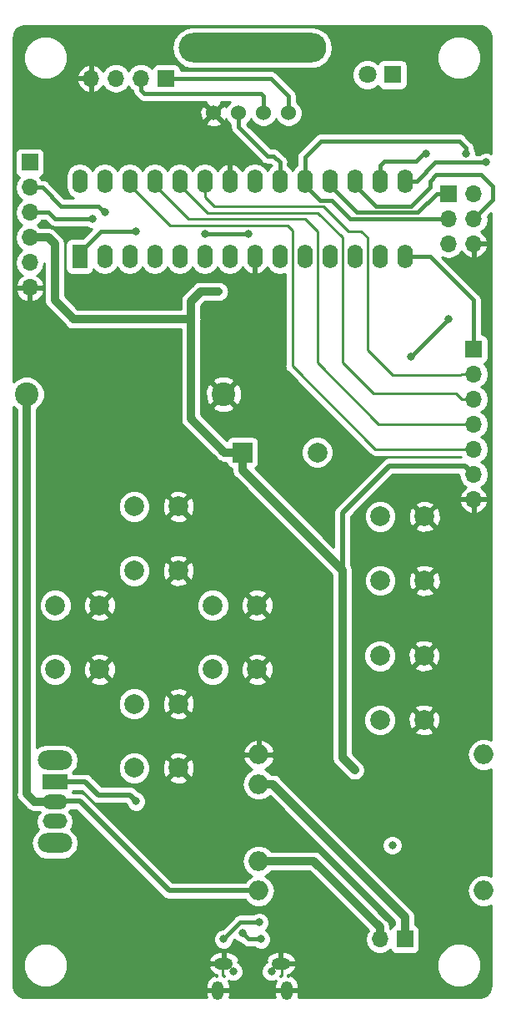
<source format=gbl>
G04 #@! TF.GenerationSoftware,KiCad,Pcbnew,(5.0.0)*
G04 #@! TF.CreationDate,2019-04-09T22:58:22-03:00*
G04 #@! TF.ProjectId,FranzBoy,4672616E7A426F792E6B696361645F70,rev?*
G04 #@! TF.SameCoordinates,Original*
G04 #@! TF.FileFunction,Copper,L2,Bot,Signal*
G04 #@! TF.FilePolarity,Positive*
%FSLAX46Y46*%
G04 Gerber Fmt 4.6, Leading zero omitted, Abs format (unit mm)*
G04 Created by KiCad (PCBNEW (5.0.0)) date 04/09/19 22:58:22*
%MOMM*%
%LPD*%
G01*
G04 APERTURE LIST*
G04 #@! TA.AperFunction,ComponentPad*
%ADD10O,2.000000X2.000000*%
G04 #@! TD*
G04 #@! TA.AperFunction,ComponentPad*
%ADD11C,2.000000*%
G04 #@! TD*
G04 #@! TA.AperFunction,ComponentPad*
%ADD12R,2.000000X2.000000*%
G04 #@! TD*
G04 #@! TA.AperFunction,ComponentPad*
%ADD13O,1.600000X2.400000*%
G04 #@! TD*
G04 #@! TA.AperFunction,ComponentPad*
%ADD14R,1.600000X2.400000*%
G04 #@! TD*
G04 #@! TA.AperFunction,ComponentPad*
%ADD15O,1.700000X1.700000*%
G04 #@! TD*
G04 #@! TA.AperFunction,ComponentPad*
%ADD16R,1.700000X1.700000*%
G04 #@! TD*
G04 #@! TA.AperFunction,ComponentPad*
%ADD17C,1.524000*%
G04 #@! TD*
G04 #@! TA.AperFunction,ComponentPad*
%ADD18C,2.400000*%
G04 #@! TD*
G04 #@! TA.AperFunction,ComponentPad*
%ADD19R,2.500000X1.500000*%
G04 #@! TD*
G04 #@! TA.AperFunction,ComponentPad*
%ADD20O,2.500000X1.500000*%
G04 #@! TD*
G04 #@! TA.AperFunction,ComponentPad*
%ADD21O,3.500000X2.000000*%
G04 #@! TD*
G04 #@! TA.AperFunction,ComponentPad*
%ADD22O,15.000000X3.000000*%
G04 #@! TD*
G04 #@! TA.AperFunction,ComponentPad*
%ADD23C,1.800000*%
G04 #@! TD*
G04 #@! TA.AperFunction,ComponentPad*
%ADD24R,1.800000X1.800000*%
G04 #@! TD*
G04 #@! TA.AperFunction,ComponentPad*
%ADD25O,1.200000X1.900000*%
G04 #@! TD*
G04 #@! TA.AperFunction,ComponentPad*
%ADD26O,1.900000X1.200000*%
G04 #@! TD*
G04 #@! TA.AperFunction,ComponentPad*
%ADD27C,0.800000*%
G04 #@! TD*
G04 #@! TA.AperFunction,ViaPad*
%ADD28C,0.800000*%
G04 #@! TD*
G04 #@! TA.AperFunction,Conductor*
%ADD29C,0.381000*%
G04 #@! TD*
G04 #@! TA.AperFunction,Conductor*
%ADD30C,0.812800*%
G04 #@! TD*
G04 #@! TA.AperFunction,Conductor*
%ADD31C,0.508000*%
G04 #@! TD*
G04 #@! TA.AperFunction,Conductor*
%ADD32C,0.254000*%
G04 #@! TD*
G04 APERTURE END LIST*
D10*
G04 #@! TO.P,U3,6*
G04 #@! TO.N,GND*
X135636000Y-154644000D03*
G04 #@! TO.P,U3,5*
G04 #@! TO.N,Net-(J3-Pad1)*
X135636000Y-157644000D03*
G04 #@! TO.P,U3,4*
G04 #@! TO.N,Net-(J3-Pad2)*
X135636000Y-165444000D03*
G04 #@! TO.P,U3,3*
G04 #@! TO.N,Net-(BT1-Pad1)*
X135636000Y-168444000D03*
G04 #@! TO.P,U3,2*
G04 #@! TO.N,N/C*
X158496000Y-154644000D03*
G04 #@! TO.P,U3,1*
X158496000Y-168444000D03*
G04 #@! TD*
D11*
G04 #@! TO.P,BZ1,2*
G04 #@! TO.N,Net-(BZ1-Pad2)*
X141600000Y-124000000D03*
D12*
G04 #@! TO.P,BZ1,1*
G04 #@! TO.N,VCC*
X134000000Y-124000000D03*
G04 #@! TD*
D13*
G04 #@! TO.P,U1,28*
G04 #@! TO.N,I2C_SCL*
X117475000Y-96520000D03*
G04 #@! TO.P,U1,14*
G04 #@! TO.N,D8*
X150495000Y-104140000D03*
G04 #@! TO.P,U1,27*
G04 #@! TO.N,I2C_SDA*
X120015000Y-96520000D03*
G04 #@! TO.P,U1,13*
G04 #@! TO.N,BT_B*
X147955000Y-104140000D03*
G04 #@! TO.P,U1,26*
G04 #@! TO.N,AN3*
X122555000Y-96520000D03*
G04 #@! TO.P,U1,12*
G04 #@! TO.N,BT_A*
X145415000Y-104140000D03*
G04 #@! TO.P,U1,25*
G04 #@! TO.N,AN2*
X125095000Y-96520000D03*
G04 #@! TO.P,U1,11*
G04 #@! TO.N,BT_RIGTH*
X142875000Y-104140000D03*
G04 #@! TO.P,U1,24*
G04 #@! TO.N,AN1*
X127635000Y-96520000D03*
G04 #@! TO.P,U1,10*
G04 #@! TO.N,Net-(C3-Pad2)*
X140335000Y-104140000D03*
G04 #@! TO.P,U1,23*
G04 #@! TO.N,AN0*
X130175000Y-96520000D03*
G04 #@! TO.P,U1,9*
G04 #@! TO.N,Net-(C2-Pad2)*
X137795000Y-104140000D03*
G04 #@! TO.P,U1,22*
G04 #@! TO.N,GND*
X132715000Y-96520000D03*
G04 #@! TO.P,U1,8*
X135255000Y-104140000D03*
G04 #@! TO.P,U1,21*
G04 #@! TO.N,N/C*
X135255000Y-96520000D03*
G04 #@! TO.P,U1,7*
G04 #@! TO.N,VCC*
X132715000Y-104140000D03*
G04 #@! TO.P,U1,20*
X137795000Y-96520000D03*
G04 #@! TO.P,U1,6*
G04 #@! TO.N,BT_DOWN*
X130175000Y-104140000D03*
G04 #@! TO.P,U1,19*
G04 #@! TO.N,SCK*
X140335000Y-96520000D03*
G04 #@! TO.P,U1,5*
G04 #@! TO.N,BT_UP*
X127635000Y-104140000D03*
G04 #@! TO.P,U1,18*
G04 #@! TO.N,MISO*
X142875000Y-96520000D03*
G04 #@! TO.P,U1,4*
G04 #@! TO.N,BT_LEFT*
X125095000Y-104140000D03*
G04 #@! TO.P,U1,17*
G04 #@! TO.N,MOSI*
X145415000Y-96520000D03*
G04 #@! TO.P,U1,3*
G04 #@! TO.N,RX*
X122555000Y-104140000D03*
G04 #@! TO.P,U1,16*
G04 #@! TO.N,IR*
X147955000Y-96520000D03*
G04 #@! TO.P,U1,2*
G04 #@! TO.N,TX*
X120015000Y-104140000D03*
G04 #@! TO.P,U1,15*
G04 #@! TO.N,BUZZER*
X150495000Y-96520000D03*
D14*
G04 #@! TO.P,U1,1*
G04 #@! TO.N,RST*
X117475000Y-104140000D03*
G04 #@! TD*
D11*
G04 #@! TO.P,SW1,1*
G04 #@! TO.N,BT_UP*
X123000000Y-129500000D03*
G04 #@! TO.P,SW1,2*
G04 #@! TO.N,GND*
X127500000Y-129500000D03*
G04 #@! TO.P,SW1,1*
G04 #@! TO.N,BT_UP*
X123000000Y-136000000D03*
G04 #@! TO.P,SW1,2*
G04 #@! TO.N,GND*
X127500000Y-136000000D03*
G04 #@! TD*
G04 #@! TO.P,SW2,2*
G04 #@! TO.N,GND*
X127500000Y-156000000D03*
G04 #@! TO.P,SW2,1*
G04 #@! TO.N,BT_DOWN*
X123000000Y-156000000D03*
G04 #@! TO.P,SW2,2*
G04 #@! TO.N,GND*
X127500000Y-149500000D03*
G04 #@! TO.P,SW2,1*
G04 #@! TO.N,BT_DOWN*
X123000000Y-149500000D03*
G04 #@! TD*
G04 #@! TO.P,SW3,1*
G04 #@! TO.N,BT_LEFT*
X115000000Y-139500000D03*
G04 #@! TO.P,SW3,2*
G04 #@! TO.N,GND*
X119500000Y-139500000D03*
G04 #@! TO.P,SW3,1*
G04 #@! TO.N,BT_LEFT*
X115000000Y-146000000D03*
G04 #@! TO.P,SW3,2*
G04 #@! TO.N,GND*
X119500000Y-146000000D03*
G04 #@! TD*
G04 #@! TO.P,SW4,2*
G04 #@! TO.N,GND*
X135500000Y-146000000D03*
G04 #@! TO.P,SW4,1*
G04 #@! TO.N,BT_RIGTH*
X131000000Y-146000000D03*
G04 #@! TO.P,SW4,2*
G04 #@! TO.N,GND*
X135500000Y-139500000D03*
G04 #@! TO.P,SW4,1*
G04 #@! TO.N,BT_RIGTH*
X131000000Y-139500000D03*
G04 #@! TD*
G04 #@! TO.P,SW5,1*
G04 #@! TO.N,BT_A*
X148000000Y-130500000D03*
G04 #@! TO.P,SW5,2*
G04 #@! TO.N,GND*
X152500000Y-130500000D03*
G04 #@! TO.P,SW5,1*
G04 #@! TO.N,BT_A*
X148000000Y-137000000D03*
G04 #@! TO.P,SW5,2*
G04 #@! TO.N,GND*
X152500000Y-137000000D03*
G04 #@! TD*
G04 #@! TO.P,SW6,2*
G04 #@! TO.N,GND*
X152455000Y-151130000D03*
G04 #@! TO.P,SW6,1*
G04 #@! TO.N,BT_B*
X147955000Y-151130000D03*
G04 #@! TO.P,SW6,2*
G04 #@! TO.N,GND*
X152455000Y-144630000D03*
G04 #@! TO.P,SW6,1*
G04 #@! TO.N,BT_B*
X147955000Y-144630000D03*
G04 #@! TD*
D15*
G04 #@! TO.P,ISP,6*
G04 #@! TO.N,GND*
X157480000Y-102870000D03*
G04 #@! TO.P,ISP,5*
G04 #@! TO.N,RST*
X154940000Y-102870000D03*
G04 #@! TO.P,ISP,4*
G04 #@! TO.N,MOSI*
X157480000Y-100330000D03*
G04 #@! TO.P,ISP,3*
G04 #@! TO.N,SCK*
X154940000Y-100330000D03*
G04 #@! TO.P,ISP,2*
G04 #@! TO.N,VCC*
X157480000Y-97790000D03*
D16*
G04 #@! TO.P,ISP,1*
G04 #@! TO.N,MISO*
X154940000Y-97790000D03*
G04 #@! TD*
D15*
G04 #@! TO.P,J2,6*
G04 #@! TO.N,GND*
X112395000Y-107315000D03*
G04 #@! TO.P,J2,5*
G04 #@! TO.N,N/C*
X112395000Y-104775000D03*
G04 #@! TO.P,J2,4*
G04 #@! TO.N,VCC*
X112395000Y-102235000D03*
G04 #@! TO.P,J2,3*
G04 #@! TO.N,TX*
X112395000Y-99695000D03*
G04 #@! TO.P,J2,2*
G04 #@! TO.N,RX*
X112395000Y-97155000D03*
D16*
G04 #@! TO.P,J2,1*
G04 #@! TO.N,DTR*
X112395000Y-94615000D03*
G04 #@! TD*
D17*
G04 #@! TO.P,LCD1,4*
G04 #@! TO.N,GND*
X131064000Y-89598500D03*
G04 #@! TO.P,LCD1,3*
G04 #@! TO.N,VCC*
X133604000Y-89598500D03*
G04 #@! TO.P,LCD1,2*
G04 #@! TO.N,I2C_SCL*
X136144000Y-89598500D03*
G04 #@! TO.P,LCD1,1*
G04 #@! TO.N,I2C_SDA*
X138684000Y-89598500D03*
G04 #@! TD*
D15*
G04 #@! TO.P,J3,2*
G04 #@! TO.N,Net-(J3-Pad2)*
X147955000Y-173355000D03*
D16*
G04 #@! TO.P,J3,1*
G04 #@! TO.N,Net-(J3-Pad1)*
X150495000Y-173355000D03*
G04 #@! TD*
D18*
G04 #@! TO.P,BT1,2*
G04 #@! TO.N,GND*
X132080000Y-118110000D03*
G04 #@! TO.P,BT1,1*
G04 #@! TO.N,Net-(BT1-Pad1)*
X112080000Y-118110000D03*
G04 #@! TD*
D19*
G04 #@! TO.P,SW7,1*
G04 #@! TO.N,Net-(C5-Pad1)*
X114935000Y-157416500D03*
D20*
G04 #@! TO.P,SW7,2*
G04 #@! TO.N,Net-(BT1-Pad1)*
X114935000Y-159416500D03*
G04 #@! TO.P,SW7,3*
G04 #@! TO.N,N/C*
X114935000Y-161416500D03*
D21*
G04 #@! TO.P,SW7,*
G04 #@! TO.N,*
X114935000Y-155216500D03*
X114935000Y-163616500D03*
G04 #@! TD*
D22*
G04 #@! TO.P,REF\002A\002A,*
G04 #@! TO.N,*
X135000000Y-83000000D03*
G04 #@! TD*
D23*
G04 #@! TO.P,D5,2*
G04 #@! TO.N,Net-(D5-Pad2)*
X146685000Y-85725000D03*
D24*
G04 #@! TO.P,D5,1*
G04 #@! TO.N,Net-(D5-Pad1)*
X149225000Y-85725000D03*
G04 #@! TD*
D15*
G04 #@! TO.P,J5,4*
G04 #@! TO.N,GND*
X118618000Y-86106000D03*
G04 #@! TO.P,J5,3*
G04 #@! TO.N,VCC*
X121158000Y-86106000D03*
G04 #@! TO.P,J5,2*
G04 #@! TO.N,I2C_SCL*
X123698000Y-86106000D03*
D16*
G04 #@! TO.P,J5,1*
G04 #@! TO.N,I2C_SDA*
X126238000Y-86106000D03*
G04 #@! TD*
D15*
G04 #@! TO.P,J6,7*
G04 #@! TO.N,GND*
X157480000Y-128778000D03*
G04 #@! TO.P,J6,6*
G04 #@! TO.N,VCC*
X157480000Y-126238000D03*
G04 #@! TO.P,J6,5*
G04 #@! TO.N,AN3*
X157480000Y-123698000D03*
G04 #@! TO.P,J6,4*
G04 #@! TO.N,AN2*
X157480000Y-121158000D03*
G04 #@! TO.P,J6,3*
G04 #@! TO.N,AN1*
X157480000Y-118618000D03*
G04 #@! TO.P,J6,2*
G04 #@! TO.N,AN0*
X157480000Y-116078000D03*
D16*
G04 #@! TO.P,J6,1*
G04 #@! TO.N,D8*
X157480000Y-113538000D03*
G04 #@! TD*
D25*
G04 #@! TO.P,J4,6*
G04 #@! TO.N,GND*
X138501000Y-178529500D03*
X131501000Y-178529500D03*
D26*
X137901000Y-175829500D03*
X132101000Y-175829500D03*
D27*
G04 #@! TO.P,J4,7*
G04 #@! TO.N,N/C*
X136951000Y-176629500D03*
X133051000Y-176629500D03*
G04 #@! TD*
D28*
G04 #@! TO.N,RST*
X123190000Y-101600000D03*
X134620000Y-101819010D03*
X130175000Y-101819010D03*
G04 #@! TO.N,SCK*
X156718000Y-93726000D03*
G04 #@! TO.N,VCC*
X120015000Y-110490000D03*
X131572000Y-107696000D03*
X145415000Y-156210000D03*
G04 #@! TO.N,TX*
X118745000Y-100330000D03*
G04 #@! TO.N,RX*
X120015000Y-99695000D03*
G04 #@! TO.N,BUZZER*
X151130000Y-114300000D03*
X158750000Y-94615000D03*
X154940000Y-110490000D03*
G04 #@! TO.N,Net-(D3-Pad1)*
X133985000Y-172720000D03*
X135890000Y-173355000D03*
G04 #@! TO.N,+5V*
X132080000Y-173355000D03*
X135714500Y-171640500D03*
G04 #@! TO.N,Net-(C5-Pad1)*
X149225000Y-163830000D03*
X123190000Y-159385000D03*
G04 #@! TO.N,IR*
X152654000Y-93726000D03*
G04 #@! TD*
D29*
G04 #@! TO.N,RST*
X117475000Y-103740000D02*
X117475000Y-104140000D01*
X119615000Y-101600000D02*
X117475000Y-103740000D01*
X123190000Y-101600000D02*
X119615000Y-101600000D01*
X134620000Y-101819010D02*
X134054315Y-101819010D01*
X134054315Y-101819010D02*
X130175000Y-101819010D01*
G04 #@! TO.N,MOSI*
X153035000Y-97155000D02*
X153035000Y-96520000D01*
X145415000Y-96920000D02*
X147555000Y-99060000D01*
X147555000Y-99060000D02*
X151130000Y-99060000D01*
X151130000Y-99060000D02*
X153035000Y-97155000D01*
X159385000Y-97054944D02*
X159385000Y-98425000D01*
X153035000Y-96520000D02*
X153670000Y-95885000D01*
X153670000Y-95885000D02*
X158215056Y-95885000D01*
X158215056Y-95885000D02*
X159385000Y-97054944D01*
X159385000Y-98425000D02*
X158329999Y-99480001D01*
X158329999Y-99480001D02*
X157480000Y-100330000D01*
G04 #@! TO.N,SCK*
X156718000Y-93160315D02*
X156013685Y-92456000D01*
X156718000Y-93726000D02*
X156718000Y-93160315D01*
X156013685Y-92456000D02*
X141986000Y-92456000D01*
X140335000Y-94107000D02*
X140335000Y-96520000D01*
X141986000Y-92456000D02*
X140335000Y-94107000D01*
X153737919Y-100330000D02*
X154940000Y-100330000D01*
X143115662Y-98478989D02*
X144966673Y-100330000D01*
X144966673Y-100330000D02*
X153737919Y-100330000D01*
X140335000Y-96920000D02*
X141893989Y-98478989D01*
X141893989Y-98478989D02*
X143115662Y-98478989D01*
G04 #@! TO.N,VCC*
X137795000Y-96520000D02*
X137795000Y-96920000D01*
X133604000Y-89598500D02*
X133604000Y-91059000D01*
X133604000Y-91059000D02*
X136525000Y-93980000D01*
X136525000Y-93980000D02*
X137160000Y-93980000D01*
X137795000Y-94615000D02*
X137795000Y-96520000D01*
X137160000Y-93980000D02*
X137795000Y-94615000D01*
X114935000Y-102870000D02*
X114935000Y-107315000D01*
X114935000Y-107315000D02*
X114935000Y-108585000D01*
D30*
X128778000Y-120590800D02*
X128778000Y-110490000D01*
X132187200Y-124000000D02*
X128778000Y-120590800D01*
X134000000Y-124000000D02*
X132187200Y-124000000D01*
X131572000Y-107696000D02*
X129794000Y-107696000D01*
X128778000Y-108712000D02*
X128778000Y-110490000D01*
X129794000Y-107696000D02*
X128778000Y-108712000D01*
X120015000Y-110490000D02*
X128778000Y-110490000D01*
X120015000Y-110490000D02*
X116840000Y-110490000D01*
X114935000Y-108585000D02*
X116840000Y-110490000D01*
X114935000Y-108585000D02*
X114935000Y-102870000D01*
X114935000Y-102870000D02*
X114300000Y-102235000D01*
X112395000Y-102235000D02*
X114300000Y-102235000D01*
X134000000Y-125812800D02*
X144145000Y-135957800D01*
X134000000Y-124000000D02*
X134000000Y-125812800D01*
X144145000Y-154940000D02*
X145415000Y-156210000D01*
D31*
X156630001Y-125388001D02*
X148931999Y-125388001D01*
X157480000Y-126238000D02*
X156630001Y-125388001D01*
X144145000Y-130175000D02*
X144145000Y-136525000D01*
X148931999Y-125388001D02*
X144145000Y-130175000D01*
D30*
X144145000Y-135957800D02*
X144145000Y-136525000D01*
X144145000Y-136525000D02*
X144145000Y-154940000D01*
D29*
G04 #@! TO.N,MISO*
X151804000Y-99695000D02*
X153709000Y-97790000D01*
X153709000Y-97790000D02*
X154940000Y-97790000D01*
X142875000Y-96520000D02*
X142875000Y-96920000D01*
X145650000Y-99695000D02*
X151804000Y-99695000D01*
X142875000Y-96920000D02*
X145650000Y-99695000D01*
G04 #@! TO.N,TX*
X118745000Y-100330000D02*
X114935000Y-100330000D01*
X114300000Y-99695000D02*
X112395000Y-99695000D01*
X114935000Y-100330000D02*
X114300000Y-99695000D01*
G04 #@! TO.N,RX*
X120015000Y-99695000D02*
X119380000Y-99060000D01*
X119380000Y-99060000D02*
X115570000Y-99060000D01*
X115570000Y-99060000D02*
X113665000Y-97155000D01*
X113665000Y-97155000D02*
X112395000Y-97155000D01*
G04 #@! TO.N,BUZZER*
X150495000Y-96520000D02*
X151676000Y-96520000D01*
X151676000Y-96520000D02*
X153581000Y-94615000D01*
X158184315Y-94615000D02*
X158750000Y-94615000D01*
X153581000Y-94615000D02*
X158184315Y-94615000D01*
X154940000Y-110490000D02*
X151130000Y-114300000D01*
G04 #@! TO.N,I2C_SCL*
X123698000Y-87308081D02*
X123698000Y-86106000D01*
X124019919Y-87630000D02*
X123698000Y-87308081D01*
X135890000Y-87630000D02*
X124019919Y-87630000D01*
X136144000Y-87884000D02*
X135890000Y-87630000D01*
X136144000Y-89598500D02*
X136144000Y-87884000D01*
G04 #@! TO.N,I2C_SDA*
X138684000Y-89598500D02*
X138684000Y-87884000D01*
X136906000Y-86106000D02*
X126238000Y-86106000D01*
X138684000Y-87884000D02*
X136906000Y-86106000D01*
D30*
G04 #@! TO.N,Net-(BT1-Pad1)*
X112872200Y-159416500D02*
X114935000Y-159416500D01*
X112080000Y-158624300D02*
X112872200Y-159416500D01*
X112080000Y-118110000D02*
X112080000Y-158624300D01*
D31*
X115435000Y-159416500D02*
X115466500Y-159385000D01*
X114935000Y-159416500D02*
X115435000Y-159416500D01*
X115466500Y-159385000D02*
X117475000Y-159385000D01*
X126534000Y-168444000D02*
X135636000Y-168444000D01*
X117475000Y-159385000D02*
X126534000Y-168444000D01*
D29*
G04 #@! TO.N,Net-(D3-Pad1)*
X133985000Y-172720000D02*
X134620000Y-173355000D01*
X134620000Y-173355000D02*
X135890000Y-173355000D01*
G04 #@! TO.N,+5V*
X132080000Y-173355000D02*
X133794500Y-171640500D01*
X133794500Y-171640500D02*
X135714500Y-171640500D01*
D30*
G04 #@! TO.N,Net-(J3-Pad2)*
X137050213Y-165444000D02*
X135636000Y-165444000D01*
X141246081Y-165444000D02*
X137050213Y-165444000D01*
X147955000Y-172152919D02*
X141246081Y-165444000D01*
X147955000Y-173355000D02*
X147955000Y-172152919D01*
G04 #@! TO.N,Net-(J3-Pad1)*
X150495000Y-171692200D02*
X150495000Y-173355000D01*
X150495000Y-171088787D02*
X150495000Y-171692200D01*
X137050213Y-157644000D02*
X150495000Y-171088787D01*
X135636000Y-157644000D02*
X137050213Y-157644000D01*
D31*
G04 #@! TO.N,Net-(C5-Pad1)*
X123190000Y-159385000D02*
X122555000Y-158750000D01*
X122555000Y-158750000D02*
X119380000Y-158750000D01*
X118046500Y-157416500D02*
X114935000Y-157416500D01*
X119380000Y-158750000D02*
X118046500Y-157416500D01*
D29*
G04 #@! TO.N,IR*
X147955000Y-94939000D02*
X148406000Y-94488000D01*
X147955000Y-96520000D02*
X147955000Y-94939000D01*
X148406000Y-94488000D02*
X151638000Y-94488000D01*
X151638000Y-94488000D02*
X152400000Y-93726000D01*
X152400000Y-93726000D02*
X152654000Y-93726000D01*
D32*
G04 #@! TO.N,AN0*
X130175000Y-96520000D02*
X130175000Y-98101000D01*
X130175000Y-98101000D02*
X131134000Y-99060000D01*
X131134000Y-99060000D02*
X142240000Y-99060000D01*
X156277919Y-116078000D02*
X156150919Y-116205000D01*
X157480000Y-116078000D02*
X156277919Y-116078000D01*
X156150919Y-116205000D02*
X149225000Y-116205000D01*
X149225000Y-116205000D02*
X146685000Y-113665000D01*
X146685000Y-113665000D02*
X146685000Y-102235000D01*
X146050000Y-101600000D02*
X144780000Y-101600000D01*
X146685000Y-102235000D02*
X146050000Y-101600000D01*
X144780000Y-101600000D02*
X142240000Y-99060000D01*
D29*
G04 #@! TO.N,D8*
X157480000Y-113538000D02*
X157480000Y-108585000D01*
X153035000Y-104140000D02*
X150495000Y-104140000D01*
X157480000Y-108585000D02*
X153035000Y-104140000D01*
D32*
G04 #@! TO.N,AN3*
X157480000Y-123698000D02*
X147510500Y-123698000D01*
X147510500Y-123698000D02*
X139065000Y-115252500D01*
D29*
X122555000Y-96920000D02*
X122555000Y-96520000D01*
D32*
X139065000Y-115252500D02*
X139065000Y-101536500D01*
X139065000Y-101536500D02*
X138557000Y-101028500D01*
X138557000Y-101028500D02*
X126663500Y-101028500D01*
X126663500Y-101028500D02*
X122555000Y-96920000D01*
G04 #@! TO.N,AN2*
X157480000Y-121158000D02*
X147828000Y-121158000D01*
X147828000Y-121158000D02*
X141605000Y-114935000D01*
X141605000Y-114935000D02*
X141605000Y-101600000D01*
X141605000Y-101600000D02*
X140335000Y-100330000D01*
D29*
X125095000Y-96920000D02*
X125095000Y-96520000D01*
D32*
X128505000Y-100330000D02*
X125095000Y-96920000D01*
X140335000Y-100330000D02*
X128505000Y-100330000D01*
G04 #@! TO.N,AN1*
X156277919Y-118618000D02*
X157480000Y-118618000D01*
X155690429Y-118030510D02*
X156277919Y-118618000D01*
X147320000Y-118030510D02*
X155690429Y-118030510D01*
X144145000Y-114855510D02*
X147320000Y-118030510D01*
X144145000Y-102155510D02*
X144145000Y-114855510D01*
X130463989Y-99748989D02*
X141658989Y-99748989D01*
X127635000Y-96920000D02*
X130463989Y-99748989D01*
D29*
X127635000Y-96520000D02*
X127635000Y-96920000D01*
D32*
X141658989Y-99748989D02*
X144145000Y-102235000D01*
G04 #@! TD*
G04 #@! TO.N,GND*
G36*
X158352940Y-80793044D02*
X158677504Y-80940614D01*
X158947607Y-81173350D01*
X159141532Y-81472539D01*
X159250970Y-81838479D01*
X159265001Y-82027286D01*
X159265001Y-93708044D01*
X158955874Y-93580000D01*
X158544126Y-93580000D01*
X158163720Y-93737569D01*
X158111789Y-93789500D01*
X157753000Y-93789500D01*
X157753000Y-93520126D01*
X157595431Y-93139720D01*
X157545679Y-93089968D01*
X157495604Y-92838220D01*
X157359206Y-92634088D01*
X157313152Y-92565163D01*
X157244226Y-92519108D01*
X156654894Y-91929777D01*
X156608837Y-91860848D01*
X156335779Y-91678396D01*
X156094988Y-91630500D01*
X156094986Y-91630500D01*
X156013685Y-91614328D01*
X155932384Y-91630500D01*
X142067303Y-91630500D01*
X141986000Y-91614328D01*
X141904697Y-91630500D01*
X141663906Y-91678396D01*
X141390848Y-91860848D01*
X141344793Y-91929774D01*
X139808777Y-93465791D01*
X139739848Y-93511848D01*
X139557396Y-93784907D01*
X139510664Y-94019848D01*
X139493328Y-94107000D01*
X139509500Y-94188302D01*
X139509500Y-94945723D01*
X139300423Y-95085424D01*
X139065000Y-95437759D01*
X138829576Y-95085423D01*
X138620500Y-94945723D01*
X138620500Y-94696303D01*
X138636672Y-94615000D01*
X138572604Y-94292906D01*
X138487745Y-94165906D01*
X138390152Y-94019848D01*
X138321226Y-93973793D01*
X137801209Y-93453777D01*
X137755152Y-93384848D01*
X137482094Y-93202396D01*
X137241303Y-93154500D01*
X137241301Y-93154500D01*
X137160000Y-93138328D01*
X137078699Y-93154500D01*
X136866933Y-93154500D01*
X134445295Y-90732862D01*
X134788320Y-90389837D01*
X134874000Y-90182987D01*
X134959680Y-90389837D01*
X135352663Y-90782820D01*
X135866119Y-90995500D01*
X136421881Y-90995500D01*
X136935337Y-90782820D01*
X137328320Y-90389837D01*
X137414000Y-90182987D01*
X137499680Y-90389837D01*
X137892663Y-90782820D01*
X138406119Y-90995500D01*
X138961881Y-90995500D01*
X139475337Y-90782820D01*
X139868320Y-90389837D01*
X140081000Y-89876381D01*
X140081000Y-89320619D01*
X139868320Y-88807163D01*
X139509500Y-88448343D01*
X139509500Y-87965303D01*
X139525672Y-87884000D01*
X139461604Y-87561905D01*
X139346328Y-87389384D01*
X139279152Y-87288848D01*
X139210226Y-87242793D01*
X137547209Y-85579777D01*
X137501152Y-85510848D01*
X137364695Y-85419670D01*
X145150000Y-85419670D01*
X145150000Y-86030330D01*
X145383690Y-86594507D01*
X145815493Y-87026310D01*
X146379670Y-87260000D01*
X146990330Y-87260000D01*
X147554507Y-87026310D01*
X147723725Y-86857092D01*
X147726843Y-86872765D01*
X147867191Y-87082809D01*
X148077235Y-87223157D01*
X148325000Y-87272440D01*
X150125000Y-87272440D01*
X150372765Y-87223157D01*
X150582809Y-87082809D01*
X150723157Y-86872765D01*
X150772440Y-86625000D01*
X150772440Y-84825000D01*
X150723157Y-84577235D01*
X150582809Y-84367191D01*
X150372765Y-84226843D01*
X150125000Y-84177560D01*
X148325000Y-84177560D01*
X148077235Y-84226843D01*
X147867191Y-84367191D01*
X147726843Y-84577235D01*
X147723725Y-84592908D01*
X147554507Y-84423690D01*
X146990330Y-84190000D01*
X146379670Y-84190000D01*
X145815493Y-84423690D01*
X145383690Y-84855493D01*
X145150000Y-85419670D01*
X137364695Y-85419670D01*
X137228094Y-85328396D01*
X136987303Y-85280500D01*
X136987301Y-85280500D01*
X136906000Y-85264328D01*
X136824699Y-85280500D01*
X127735440Y-85280500D01*
X127735440Y-85256000D01*
X127686157Y-85008235D01*
X127545809Y-84798191D01*
X127335765Y-84657843D01*
X127088000Y-84608560D01*
X125388000Y-84608560D01*
X125140235Y-84657843D01*
X124930191Y-84798191D01*
X124789843Y-85008235D01*
X124780816Y-85053619D01*
X124768625Y-85035375D01*
X124277418Y-84707161D01*
X123844256Y-84621000D01*
X123551744Y-84621000D01*
X123118582Y-84707161D01*
X122627375Y-85035375D01*
X122428000Y-85333761D01*
X122228625Y-85035375D01*
X121737418Y-84707161D01*
X121304256Y-84621000D01*
X121011744Y-84621000D01*
X120578582Y-84707161D01*
X120087375Y-85035375D01*
X119874157Y-85354478D01*
X119813183Y-85224642D01*
X119384924Y-84834355D01*
X118974890Y-84664524D01*
X118745000Y-84785845D01*
X118745000Y-85979000D01*
X118765000Y-85979000D01*
X118765000Y-86233000D01*
X118745000Y-86233000D01*
X118745000Y-87426155D01*
X118974890Y-87547476D01*
X119384924Y-87377645D01*
X119813183Y-86987358D01*
X119874157Y-86857522D01*
X120087375Y-87176625D01*
X120578582Y-87504839D01*
X121011744Y-87591000D01*
X121304256Y-87591000D01*
X121737418Y-87504839D01*
X122228625Y-87176625D01*
X122428000Y-86878239D01*
X122627375Y-87176625D01*
X122861266Y-87332906D01*
X122872500Y-87389382D01*
X122872500Y-87389383D01*
X122920396Y-87630174D01*
X123102848Y-87903233D01*
X123171777Y-87949290D01*
X123378710Y-88156223D01*
X123424767Y-88225152D01*
X123697825Y-88407604D01*
X123938616Y-88455500D01*
X123938621Y-88455500D01*
X124019918Y-88471671D01*
X124101216Y-88455500D01*
X130310084Y-88455500D01*
X130263392Y-88618287D01*
X131064000Y-89418895D01*
X131864608Y-88618287D01*
X131817916Y-88455500D01*
X132771343Y-88455500D01*
X132419680Y-88807163D01*
X132340572Y-88998147D01*
X132286397Y-88867357D01*
X132044213Y-88797892D01*
X131243605Y-89598500D01*
X132044213Y-90399108D01*
X132286397Y-90329643D01*
X132336535Y-90189107D01*
X132419680Y-90389837D01*
X132778501Y-90748658D01*
X132778501Y-90977694D01*
X132762328Y-91059000D01*
X132826397Y-91381094D01*
X133008849Y-91654152D01*
X133077775Y-91700207D01*
X135883793Y-94506226D01*
X135929848Y-94575152D01*
X135998773Y-94621206D01*
X136202905Y-94757604D01*
X136525000Y-94821672D01*
X136606303Y-94805500D01*
X136818068Y-94805500D01*
X136962780Y-94950213D01*
X136760423Y-95085424D01*
X136525000Y-95437759D01*
X136289576Y-95085423D01*
X135814908Y-94768260D01*
X135255000Y-94656887D01*
X134695091Y-94768260D01*
X134220423Y-95085424D01*
X133982501Y-95441499D01*
X133639896Y-95015500D01*
X133146819Y-94745633D01*
X133064039Y-94728096D01*
X132842000Y-94850085D01*
X132842000Y-96393000D01*
X132862000Y-96393000D01*
X132862000Y-96647000D01*
X132842000Y-96647000D01*
X132842000Y-96667000D01*
X132588000Y-96667000D01*
X132588000Y-96647000D01*
X132568000Y-96647000D01*
X132568000Y-96393000D01*
X132588000Y-96393000D01*
X132588000Y-94850085D01*
X132365961Y-94728096D01*
X132283181Y-94745633D01*
X131790104Y-95015500D01*
X131447499Y-95441499D01*
X131209576Y-95085423D01*
X130734908Y-94768260D01*
X130175000Y-94656887D01*
X129615091Y-94768260D01*
X129140423Y-95085424D01*
X128905000Y-95437759D01*
X128669576Y-95085423D01*
X128194908Y-94768260D01*
X127635000Y-94656887D01*
X127075091Y-94768260D01*
X126600423Y-95085424D01*
X126365000Y-95437759D01*
X126129576Y-95085423D01*
X125654908Y-94768260D01*
X125095000Y-94656887D01*
X124535091Y-94768260D01*
X124060423Y-95085424D01*
X123825000Y-95437759D01*
X123589576Y-95085423D01*
X123114908Y-94768260D01*
X122555000Y-94656887D01*
X121995091Y-94768260D01*
X121520423Y-95085424D01*
X121285000Y-95437759D01*
X121049576Y-95085423D01*
X120574908Y-94768260D01*
X120015000Y-94656887D01*
X119455091Y-94768260D01*
X118980423Y-95085424D01*
X118745000Y-95437759D01*
X118509576Y-95085423D01*
X118034908Y-94768260D01*
X117475000Y-94656887D01*
X116915091Y-94768260D01*
X116440423Y-95085424D01*
X116123260Y-95560092D01*
X116040000Y-95978668D01*
X116040000Y-97061333D01*
X116123260Y-97479909D01*
X116440424Y-97954577D01*
X116859358Y-98234500D01*
X115911933Y-98234500D01*
X114306209Y-96628777D01*
X114260152Y-96559848D01*
X113987094Y-96377396D01*
X113746303Y-96329500D01*
X113746301Y-96329500D01*
X113665000Y-96313328D01*
X113624049Y-96321474D01*
X113465625Y-96084375D01*
X113447381Y-96072184D01*
X113492765Y-96063157D01*
X113702809Y-95922809D01*
X113843157Y-95712765D01*
X113892440Y-95465000D01*
X113892440Y-93765000D01*
X113843157Y-93517235D01*
X113702809Y-93307191D01*
X113492765Y-93166843D01*
X113245000Y-93117560D01*
X111545000Y-93117560D01*
X111297235Y-93166843D01*
X111087191Y-93307191D01*
X110946843Y-93517235D01*
X110897560Y-93765000D01*
X110897560Y-95465000D01*
X110946843Y-95712765D01*
X111087191Y-95922809D01*
X111297235Y-96063157D01*
X111342619Y-96072184D01*
X111324375Y-96084375D01*
X110996161Y-96575582D01*
X110880908Y-97155000D01*
X110996161Y-97734418D01*
X111324375Y-98225625D01*
X111622761Y-98425000D01*
X111324375Y-98624375D01*
X110996161Y-99115582D01*
X110880908Y-99695000D01*
X110996161Y-100274418D01*
X111324375Y-100765625D01*
X111622761Y-100965000D01*
X111324375Y-101164375D01*
X110996161Y-101655582D01*
X110880908Y-102235000D01*
X110996161Y-102814418D01*
X111324375Y-103305625D01*
X111622761Y-103505000D01*
X111324375Y-103704375D01*
X110996161Y-104195582D01*
X110880908Y-104775000D01*
X110996161Y-105354418D01*
X111324375Y-105845625D01*
X111643478Y-106058843D01*
X111513642Y-106119817D01*
X111123355Y-106548076D01*
X110953524Y-106958110D01*
X111074845Y-107188000D01*
X112268000Y-107188000D01*
X112268000Y-107168000D01*
X112522000Y-107168000D01*
X112522000Y-107188000D01*
X113715155Y-107188000D01*
X113836476Y-106958110D01*
X113666645Y-106548076D01*
X113276358Y-106119817D01*
X113146522Y-106058843D01*
X113465625Y-105845625D01*
X113793839Y-105354418D01*
X113893601Y-104852881D01*
X113893600Y-108482436D01*
X113873199Y-108585000D01*
X113893600Y-108687564D01*
X113893600Y-108687567D01*
X113954023Y-108991333D01*
X114184193Y-109335807D01*
X114271147Y-109393908D01*
X116031094Y-111153856D01*
X116089193Y-111240807D01*
X116176144Y-111298906D01*
X116176145Y-111298907D01*
X116433666Y-111470977D01*
X116737432Y-111531400D01*
X116737436Y-111531400D01*
X116840000Y-111551801D01*
X116942564Y-111531400D01*
X127736601Y-111531400D01*
X127736600Y-120488236D01*
X127716199Y-120590800D01*
X127736600Y-120693364D01*
X127736600Y-120693367D01*
X127797023Y-120997133D01*
X128027193Y-121341607D01*
X128114147Y-121399708D01*
X131378294Y-124663856D01*
X131436393Y-124750807D01*
X131523344Y-124808906D01*
X131523345Y-124808907D01*
X131698816Y-124926153D01*
X131780866Y-124980977D01*
X132084632Y-125041400D01*
X132084636Y-125041400D01*
X132187200Y-125061801D01*
X132289764Y-125041400D01*
X132360795Y-125041400D01*
X132401843Y-125247765D01*
X132542191Y-125457809D01*
X132752235Y-125598157D01*
X132958601Y-125639205D01*
X132958601Y-125710232D01*
X132938199Y-125812800D01*
X133019023Y-126219133D01*
X133191093Y-126476654D01*
X133191095Y-126476656D01*
X133249194Y-126563607D01*
X133336145Y-126621706D01*
X143103600Y-136389162D01*
X143103600Y-136422433D01*
X143103601Y-154837431D01*
X143083199Y-154940000D01*
X143164023Y-155346333D01*
X143336093Y-155603854D01*
X143336095Y-155603856D01*
X143394194Y-155690807D01*
X143481144Y-155748906D01*
X144751145Y-157018907D01*
X144778422Y-157037133D01*
X144828720Y-157087431D01*
X144894438Y-157114652D01*
X145008665Y-157190976D01*
X145143405Y-157217777D01*
X145209126Y-157245000D01*
X145280262Y-157245000D01*
X145414999Y-157271801D01*
X145549736Y-157245000D01*
X145620874Y-157245000D01*
X145686597Y-157217777D01*
X145821333Y-157190976D01*
X145935557Y-157114654D01*
X146001280Y-157087431D01*
X146051581Y-157037130D01*
X146165807Y-156960807D01*
X146242130Y-156846581D01*
X146292431Y-156796280D01*
X146319654Y-156730557D01*
X146395976Y-156616333D01*
X146422777Y-156481597D01*
X146450000Y-156415874D01*
X146450000Y-156344736D01*
X146476801Y-156209999D01*
X146450000Y-156075262D01*
X146450000Y-156004126D01*
X146422777Y-155938405D01*
X146395976Y-155803665D01*
X146319652Y-155689438D01*
X146292431Y-155623720D01*
X146242133Y-155573422D01*
X146223907Y-155546145D01*
X145186400Y-154508639D01*
X145186400Y-150804778D01*
X146320000Y-150804778D01*
X146320000Y-151455222D01*
X146568914Y-152056153D01*
X147028847Y-152516086D01*
X147629778Y-152765000D01*
X148280222Y-152765000D01*
X148881153Y-152516086D01*
X149114707Y-152282532D01*
X151482073Y-152282532D01*
X151580736Y-152549387D01*
X152190461Y-152775908D01*
X152840460Y-152751856D01*
X153329264Y-152549387D01*
X153427927Y-152282532D01*
X152455000Y-151309605D01*
X151482073Y-152282532D01*
X149114707Y-152282532D01*
X149341086Y-152056153D01*
X149590000Y-151455222D01*
X149590000Y-150865461D01*
X150809092Y-150865461D01*
X150833144Y-151515460D01*
X151035613Y-152004264D01*
X151302468Y-152102927D01*
X152275395Y-151130000D01*
X152634605Y-151130000D01*
X153607532Y-152102927D01*
X153874387Y-152004264D01*
X154100908Y-151394539D01*
X154076856Y-150744540D01*
X153874387Y-150255736D01*
X153607532Y-150157073D01*
X152634605Y-151130000D01*
X152275395Y-151130000D01*
X151302468Y-150157073D01*
X151035613Y-150255736D01*
X150809092Y-150865461D01*
X149590000Y-150865461D01*
X149590000Y-150804778D01*
X149341086Y-150203847D01*
X149114707Y-149977468D01*
X151482073Y-149977468D01*
X152455000Y-150950395D01*
X153427927Y-149977468D01*
X153329264Y-149710613D01*
X152719539Y-149484092D01*
X152069540Y-149508144D01*
X151580736Y-149710613D01*
X151482073Y-149977468D01*
X149114707Y-149977468D01*
X148881153Y-149743914D01*
X148280222Y-149495000D01*
X147629778Y-149495000D01*
X147028847Y-149743914D01*
X146568914Y-150203847D01*
X146320000Y-150804778D01*
X145186400Y-150804778D01*
X145186400Y-144304778D01*
X146320000Y-144304778D01*
X146320000Y-144955222D01*
X146568914Y-145556153D01*
X147028847Y-146016086D01*
X147629778Y-146265000D01*
X148280222Y-146265000D01*
X148881153Y-146016086D01*
X149114707Y-145782532D01*
X151482073Y-145782532D01*
X151580736Y-146049387D01*
X152190461Y-146275908D01*
X152840460Y-146251856D01*
X153329264Y-146049387D01*
X153427927Y-145782532D01*
X152455000Y-144809605D01*
X151482073Y-145782532D01*
X149114707Y-145782532D01*
X149341086Y-145556153D01*
X149590000Y-144955222D01*
X149590000Y-144365461D01*
X150809092Y-144365461D01*
X150833144Y-145015460D01*
X151035613Y-145504264D01*
X151302468Y-145602927D01*
X152275395Y-144630000D01*
X152634605Y-144630000D01*
X153607532Y-145602927D01*
X153874387Y-145504264D01*
X154100908Y-144894539D01*
X154076856Y-144244540D01*
X153874387Y-143755736D01*
X153607532Y-143657073D01*
X152634605Y-144630000D01*
X152275395Y-144630000D01*
X151302468Y-143657073D01*
X151035613Y-143755736D01*
X150809092Y-144365461D01*
X149590000Y-144365461D01*
X149590000Y-144304778D01*
X149341086Y-143703847D01*
X149114707Y-143477468D01*
X151482073Y-143477468D01*
X152455000Y-144450395D01*
X153427927Y-143477468D01*
X153329264Y-143210613D01*
X152719539Y-142984092D01*
X152069540Y-143008144D01*
X151580736Y-143210613D01*
X151482073Y-143477468D01*
X149114707Y-143477468D01*
X148881153Y-143243914D01*
X148280222Y-142995000D01*
X147629778Y-142995000D01*
X147028847Y-143243914D01*
X146568914Y-143703847D01*
X146320000Y-144304778D01*
X145186400Y-144304778D01*
X145186400Y-136674778D01*
X146365000Y-136674778D01*
X146365000Y-137325222D01*
X146613914Y-137926153D01*
X147073847Y-138386086D01*
X147674778Y-138635000D01*
X148325222Y-138635000D01*
X148926153Y-138386086D01*
X149159707Y-138152532D01*
X151527073Y-138152532D01*
X151625736Y-138419387D01*
X152235461Y-138645908D01*
X152885460Y-138621856D01*
X153374264Y-138419387D01*
X153472927Y-138152532D01*
X152500000Y-137179605D01*
X151527073Y-138152532D01*
X149159707Y-138152532D01*
X149386086Y-137926153D01*
X149635000Y-137325222D01*
X149635000Y-136735461D01*
X150854092Y-136735461D01*
X150878144Y-137385460D01*
X151080613Y-137874264D01*
X151347468Y-137972927D01*
X152320395Y-137000000D01*
X152679605Y-137000000D01*
X153652532Y-137972927D01*
X153919387Y-137874264D01*
X154145908Y-137264539D01*
X154121856Y-136614540D01*
X153919387Y-136125736D01*
X153652532Y-136027073D01*
X152679605Y-137000000D01*
X152320395Y-137000000D01*
X151347468Y-136027073D01*
X151080613Y-136125736D01*
X150854092Y-136735461D01*
X149635000Y-136735461D01*
X149635000Y-136674778D01*
X149386086Y-136073847D01*
X149159707Y-135847468D01*
X151527073Y-135847468D01*
X152500000Y-136820395D01*
X153472927Y-135847468D01*
X153374264Y-135580613D01*
X152764539Y-135354092D01*
X152114540Y-135378144D01*
X151625736Y-135580613D01*
X151527073Y-135847468D01*
X149159707Y-135847468D01*
X148926153Y-135613914D01*
X148325222Y-135365000D01*
X147674778Y-135365000D01*
X147073847Y-135613914D01*
X146613914Y-136073847D01*
X146365000Y-136674778D01*
X145186400Y-136674778D01*
X145186400Y-136060364D01*
X145206801Y-135957800D01*
X145186400Y-135855236D01*
X145186400Y-135855232D01*
X145125977Y-135551466D01*
X145034000Y-135413813D01*
X145034000Y-130543235D01*
X145402457Y-130174778D01*
X146365000Y-130174778D01*
X146365000Y-130825222D01*
X146613914Y-131426153D01*
X147073847Y-131886086D01*
X147674778Y-132135000D01*
X148325222Y-132135000D01*
X148926153Y-131886086D01*
X149159707Y-131652532D01*
X151527073Y-131652532D01*
X151625736Y-131919387D01*
X152235461Y-132145908D01*
X152885460Y-132121856D01*
X153374264Y-131919387D01*
X153472927Y-131652532D01*
X152500000Y-130679605D01*
X151527073Y-131652532D01*
X149159707Y-131652532D01*
X149386086Y-131426153D01*
X149635000Y-130825222D01*
X149635000Y-130235461D01*
X150854092Y-130235461D01*
X150878144Y-130885460D01*
X151080613Y-131374264D01*
X151347468Y-131472927D01*
X152320395Y-130500000D01*
X152679605Y-130500000D01*
X153652532Y-131472927D01*
X153919387Y-131374264D01*
X154145908Y-130764539D01*
X154121856Y-130114540D01*
X153919387Y-129625736D01*
X153652532Y-129527073D01*
X152679605Y-130500000D01*
X152320395Y-130500000D01*
X151347468Y-129527073D01*
X151080613Y-129625736D01*
X150854092Y-130235461D01*
X149635000Y-130235461D01*
X149635000Y-130174778D01*
X149386086Y-129573847D01*
X149159707Y-129347468D01*
X151527073Y-129347468D01*
X152500000Y-130320395D01*
X153472927Y-129347468D01*
X153394332Y-129134890D01*
X156038524Y-129134890D01*
X156208355Y-129544924D01*
X156598642Y-129973183D01*
X157123108Y-130219486D01*
X157353000Y-130098819D01*
X157353000Y-128905000D01*
X157607000Y-128905000D01*
X157607000Y-130098819D01*
X157836892Y-130219486D01*
X158361358Y-129973183D01*
X158751645Y-129544924D01*
X158921476Y-129134890D01*
X158800155Y-128905000D01*
X157607000Y-128905000D01*
X157353000Y-128905000D01*
X156159845Y-128905000D01*
X156038524Y-129134890D01*
X153394332Y-129134890D01*
X153374264Y-129080613D01*
X152764539Y-128854092D01*
X152114540Y-128878144D01*
X151625736Y-129080613D01*
X151527073Y-129347468D01*
X149159707Y-129347468D01*
X148926153Y-129113914D01*
X148325222Y-128865000D01*
X147674778Y-128865000D01*
X147073847Y-129113914D01*
X146613914Y-129573847D01*
X146365000Y-130174778D01*
X145402457Y-130174778D01*
X149300235Y-126277001D01*
X155973666Y-126277001D01*
X156081161Y-126817418D01*
X156409375Y-127308625D01*
X156728478Y-127521843D01*
X156598642Y-127582817D01*
X156208355Y-128011076D01*
X156038524Y-128421110D01*
X156159845Y-128651000D01*
X157353000Y-128651000D01*
X157353000Y-128631000D01*
X157607000Y-128631000D01*
X157607000Y-128651000D01*
X158800155Y-128651000D01*
X158921476Y-128421110D01*
X158751645Y-128011076D01*
X158361358Y-127582817D01*
X158231522Y-127521843D01*
X158550625Y-127308625D01*
X158878839Y-126817418D01*
X158994092Y-126238000D01*
X158878839Y-125658582D01*
X158550625Y-125167375D01*
X158252239Y-124968000D01*
X158550625Y-124768625D01*
X158878839Y-124277418D01*
X158994092Y-123698000D01*
X158878839Y-123118582D01*
X158550625Y-122627375D01*
X158252239Y-122428000D01*
X158550625Y-122228625D01*
X158878839Y-121737418D01*
X158994092Y-121158000D01*
X158878839Y-120578582D01*
X158550625Y-120087375D01*
X158252239Y-119888000D01*
X158550625Y-119688625D01*
X158878839Y-119197418D01*
X158994092Y-118618000D01*
X158878839Y-118038582D01*
X158550625Y-117547375D01*
X158252239Y-117348000D01*
X158550625Y-117148625D01*
X158878839Y-116657418D01*
X158994092Y-116078000D01*
X158878839Y-115498582D01*
X158550625Y-115007375D01*
X158532381Y-114995184D01*
X158577765Y-114986157D01*
X158787809Y-114845809D01*
X158928157Y-114635765D01*
X158977440Y-114388000D01*
X158977440Y-112688000D01*
X158928157Y-112440235D01*
X158787809Y-112230191D01*
X158577765Y-112089843D01*
X158330000Y-112040560D01*
X158305500Y-112040560D01*
X158305500Y-108666297D01*
X158321671Y-108584999D01*
X158305500Y-108503701D01*
X158305500Y-108503697D01*
X158257604Y-108262906D01*
X158075152Y-107989848D01*
X158006226Y-107943793D01*
X154272249Y-104209817D01*
X154360582Y-104268839D01*
X154793744Y-104355000D01*
X155086256Y-104355000D01*
X155519418Y-104268839D01*
X156010625Y-103940625D01*
X156211353Y-103640214D01*
X156598642Y-104065183D01*
X157123108Y-104311486D01*
X157353000Y-104190819D01*
X157353000Y-102997000D01*
X157607000Y-102997000D01*
X157607000Y-104190819D01*
X157836892Y-104311486D01*
X158361358Y-104065183D01*
X158751645Y-103636924D01*
X158921476Y-103226890D01*
X158800155Y-102997000D01*
X157607000Y-102997000D01*
X157353000Y-102997000D01*
X157333000Y-102997000D01*
X157333000Y-102743000D01*
X157353000Y-102743000D01*
X157353000Y-102723000D01*
X157607000Y-102723000D01*
X157607000Y-102743000D01*
X158800155Y-102743000D01*
X158921476Y-102513110D01*
X158751645Y-102103076D01*
X158361358Y-101674817D01*
X158231522Y-101613843D01*
X158550625Y-101400625D01*
X158878839Y-100909418D01*
X158994092Y-100330000D01*
X158936578Y-100040855D01*
X158971205Y-100006228D01*
X158971207Y-100006225D01*
X159265001Y-99712432D01*
X159265000Y-153191432D01*
X159133945Y-153103864D01*
X158657031Y-153009000D01*
X158334969Y-153009000D01*
X157858055Y-153103864D01*
X157317231Y-153465231D01*
X156955864Y-154006055D01*
X156828969Y-154644000D01*
X156955864Y-155281945D01*
X157317231Y-155822769D01*
X157858055Y-156184136D01*
X158334969Y-156279000D01*
X158657031Y-156279000D01*
X159133945Y-156184136D01*
X159265000Y-156096568D01*
X159265000Y-166991432D01*
X159133945Y-166903864D01*
X158657031Y-166809000D01*
X158334969Y-166809000D01*
X157858055Y-166903864D01*
X157317231Y-167265231D01*
X156955864Y-167806055D01*
X156828969Y-168444000D01*
X156955864Y-169081945D01*
X157317231Y-169622769D01*
X157858055Y-169984136D01*
X158334969Y-170079000D01*
X158657031Y-170079000D01*
X159133945Y-169984136D01*
X159265000Y-169896568D01*
X159265000Y-177947636D01*
X159206956Y-178352938D01*
X159059385Y-178677504D01*
X158826650Y-178947606D01*
X158527459Y-179141532D01*
X158161525Y-179250970D01*
X157972727Y-179265000D01*
X139656370Y-179265000D01*
X139736000Y-179006500D01*
X139736000Y-178656500D01*
X138628000Y-178656500D01*
X138628000Y-178676500D01*
X138374000Y-178676500D01*
X138374000Y-178656500D01*
X137266000Y-178656500D01*
X137266000Y-179006500D01*
X137345630Y-179265000D01*
X132656370Y-179265000D01*
X132736000Y-179006500D01*
X132736000Y-178656500D01*
X131628000Y-178656500D01*
X131628000Y-178676500D01*
X131374000Y-178676500D01*
X131374000Y-178656500D01*
X130266000Y-178656500D01*
X130266000Y-179006500D01*
X130345630Y-179265000D01*
X112052364Y-179265000D01*
X111647062Y-179206956D01*
X111322496Y-179059385D01*
X111052394Y-178826650D01*
X110858468Y-178527459D01*
X110749030Y-178161525D01*
X110735000Y-177972727D01*
X110735000Y-175555431D01*
X111765000Y-175555431D01*
X111765000Y-176444569D01*
X112105259Y-177266026D01*
X112733974Y-177894741D01*
X113555431Y-178235000D01*
X114444569Y-178235000D01*
X114885162Y-178052500D01*
X130266000Y-178052500D01*
X130266000Y-178402500D01*
X131374000Y-178402500D01*
X131374000Y-178382500D01*
X131628000Y-178382500D01*
X131628000Y-178402500D01*
X132736000Y-178402500D01*
X132736000Y-178052500D01*
X132593390Y-177589553D01*
X132556441Y-177544923D01*
X132845126Y-177664500D01*
X133256874Y-177664500D01*
X133637280Y-177506931D01*
X133928431Y-177215780D01*
X134086000Y-176835374D01*
X134086000Y-176423626D01*
X135916000Y-176423626D01*
X135916000Y-176835374D01*
X136073569Y-177215780D01*
X136364720Y-177506931D01*
X136745126Y-177664500D01*
X137156874Y-177664500D01*
X137445559Y-177544923D01*
X137408610Y-177589553D01*
X137266000Y-178052500D01*
X137266000Y-178402500D01*
X138374000Y-178402500D01*
X138374000Y-178382500D01*
X138628000Y-178382500D01*
X138628000Y-178402500D01*
X139736000Y-178402500D01*
X139736000Y-178052500D01*
X139593390Y-177589553D01*
X139284474Y-177216420D01*
X138856281Y-176989908D01*
X138818609Y-176986038D01*
X138628002Y-177110768D01*
X138628002Y-176987487D01*
X138840947Y-176921890D01*
X139214080Y-176612974D01*
X139440592Y-176184781D01*
X139444462Y-176147109D01*
X139319731Y-175956500D01*
X138028000Y-175956500D01*
X138028000Y-177052181D01*
X137859212Y-177141469D01*
X137986000Y-176835374D01*
X137986000Y-176423626D01*
X137828431Y-176043220D01*
X137774000Y-175988789D01*
X137774000Y-175956500D01*
X137754000Y-175956500D01*
X137754000Y-175702500D01*
X137774000Y-175702500D01*
X137774000Y-174594500D01*
X138028000Y-174594500D01*
X138028000Y-175702500D01*
X139319731Y-175702500D01*
X139415970Y-175555431D01*
X153765000Y-175555431D01*
X153765000Y-176444569D01*
X154105259Y-177266026D01*
X154733974Y-177894741D01*
X155555431Y-178235000D01*
X156444569Y-178235000D01*
X157266026Y-177894741D01*
X157894741Y-177266026D01*
X158235000Y-176444569D01*
X158235000Y-175555431D01*
X157894741Y-174733974D01*
X157266026Y-174105259D01*
X156444569Y-173765000D01*
X155555431Y-173765000D01*
X154733974Y-174105259D01*
X154105259Y-174733974D01*
X153765000Y-175555431D01*
X139415970Y-175555431D01*
X139444462Y-175511891D01*
X139440592Y-175474219D01*
X139214080Y-175046026D01*
X138840947Y-174737110D01*
X138378000Y-174594500D01*
X138028000Y-174594500D01*
X137774000Y-174594500D01*
X137424000Y-174594500D01*
X136961053Y-174737110D01*
X136587920Y-175046026D01*
X136361408Y-175474219D01*
X136357538Y-175511891D01*
X136482268Y-175702498D01*
X136316000Y-175702498D01*
X136316000Y-175800789D01*
X136073569Y-176043220D01*
X135916000Y-176423626D01*
X134086000Y-176423626D01*
X133928431Y-176043220D01*
X133686000Y-175800789D01*
X133686000Y-175702498D01*
X133519732Y-175702498D01*
X133644462Y-175511891D01*
X133640592Y-175474219D01*
X133414080Y-175046026D01*
X133040947Y-174737110D01*
X132578000Y-174594500D01*
X132228000Y-174594500D01*
X132228000Y-175702500D01*
X132248000Y-175702500D01*
X132248000Y-175956500D01*
X132228000Y-175956500D01*
X132228000Y-175988789D01*
X132173569Y-176043220D01*
X132016000Y-176423626D01*
X132016000Y-176835374D01*
X132142788Y-177141469D01*
X131974000Y-177052181D01*
X131974000Y-175956500D01*
X130682269Y-175956500D01*
X130557538Y-176147109D01*
X130561408Y-176184781D01*
X130787920Y-176612974D01*
X131161053Y-176921890D01*
X131373998Y-176987487D01*
X131373998Y-177110768D01*
X131183391Y-176986038D01*
X131145719Y-176989908D01*
X130717526Y-177216420D01*
X130408610Y-177589553D01*
X130266000Y-178052500D01*
X114885162Y-178052500D01*
X115266026Y-177894741D01*
X115894741Y-177266026D01*
X116235000Y-176444569D01*
X116235000Y-175555431D01*
X116216966Y-175511891D01*
X130557538Y-175511891D01*
X130682269Y-175702500D01*
X131974000Y-175702500D01*
X131974000Y-174594500D01*
X131624000Y-174594500D01*
X131161053Y-174737110D01*
X130787920Y-175046026D01*
X130561408Y-175474219D01*
X130557538Y-175511891D01*
X116216966Y-175511891D01*
X115894741Y-174733974D01*
X115266026Y-174105259D01*
X114444569Y-173765000D01*
X113555431Y-173765000D01*
X112733974Y-174105259D01*
X112105259Y-174733974D01*
X111765000Y-175555431D01*
X110735000Y-175555431D01*
X110735000Y-173149126D01*
X131045000Y-173149126D01*
X131045000Y-173560874D01*
X131202569Y-173941280D01*
X131493720Y-174232431D01*
X131874126Y-174390000D01*
X132285874Y-174390000D01*
X132666280Y-174232431D01*
X132957431Y-173941280D01*
X133115000Y-173560874D01*
X133115000Y-173487432D01*
X133201861Y-173400572D01*
X133398720Y-173597431D01*
X133779126Y-173755000D01*
X133852567Y-173755000D01*
X133978793Y-173881226D01*
X134024848Y-173950152D01*
X134257802Y-174105807D01*
X134297906Y-174132604D01*
X134620000Y-174196672D01*
X134701303Y-174180500D01*
X135251789Y-174180500D01*
X135303720Y-174232431D01*
X135684126Y-174390000D01*
X136095874Y-174390000D01*
X136476280Y-174232431D01*
X136767431Y-173941280D01*
X136925000Y-173560874D01*
X136925000Y-173149126D01*
X136767431Y-172768720D01*
X136476280Y-172477569D01*
X136380723Y-172437988D01*
X136591931Y-172226780D01*
X136749500Y-171846374D01*
X136749500Y-171434626D01*
X136591931Y-171054220D01*
X136300780Y-170763069D01*
X135920374Y-170605500D01*
X135508626Y-170605500D01*
X135128220Y-170763069D01*
X135076289Y-170815000D01*
X133875797Y-170815000D01*
X133794499Y-170798829D01*
X133713201Y-170815000D01*
X133713197Y-170815000D01*
X133472406Y-170862896D01*
X133199348Y-171045348D01*
X133153293Y-171114274D01*
X131947568Y-172320000D01*
X131874126Y-172320000D01*
X131493720Y-172477569D01*
X131202569Y-172768720D01*
X131045000Y-173149126D01*
X110735000Y-173149126D01*
X110735000Y-119360082D01*
X111038600Y-119663682D01*
X111038601Y-158521731D01*
X111018199Y-158624300D01*
X111099023Y-159030633D01*
X111271093Y-159288154D01*
X111271095Y-159288156D01*
X111329194Y-159375107D01*
X111416144Y-159433205D01*
X112063294Y-160080356D01*
X112121393Y-160167307D01*
X112208344Y-160225406D01*
X112208345Y-160225407D01*
X112328213Y-160305500D01*
X112465866Y-160397477D01*
X112769632Y-160457900D01*
X112769636Y-160457900D01*
X112872200Y-160478301D01*
X112974764Y-160457900D01*
X113409791Y-160457900D01*
X113130359Y-160876100D01*
X113022867Y-161416500D01*
X113130359Y-161956900D01*
X113314161Y-162231979D01*
X113006231Y-162437731D01*
X112644864Y-162978555D01*
X112517969Y-163616500D01*
X112644864Y-164254445D01*
X113006231Y-164795269D01*
X113547055Y-165156636D01*
X114023969Y-165251500D01*
X115846031Y-165251500D01*
X116322945Y-165156636D01*
X116863769Y-164795269D01*
X117225136Y-164254445D01*
X117352031Y-163616500D01*
X117225136Y-162978555D01*
X116863769Y-162437731D01*
X116555839Y-162231979D01*
X116739641Y-161956900D01*
X116847133Y-161416500D01*
X116739641Y-160876100D01*
X116433529Y-160417971D01*
X116431327Y-160416500D01*
X116433529Y-160415029D01*
X116527762Y-160274000D01*
X117106765Y-160274000D01*
X125843471Y-169010707D01*
X125893067Y-169084933D01*
X125967293Y-169134529D01*
X126187129Y-169281419D01*
X126534000Y-169350416D01*
X126621556Y-169333000D01*
X134263614Y-169333000D01*
X134457231Y-169622769D01*
X134998055Y-169984136D01*
X135474969Y-170079000D01*
X135797031Y-170079000D01*
X136273945Y-169984136D01*
X136814769Y-169622769D01*
X137176136Y-169081945D01*
X137303031Y-168444000D01*
X137176136Y-167806055D01*
X136814769Y-167265231D01*
X136334013Y-166944000D01*
X136814769Y-166622769D01*
X136906556Y-166485400D01*
X140814720Y-166485400D01*
X146775955Y-172446636D01*
X146556161Y-172775582D01*
X146440908Y-173355000D01*
X146556161Y-173934418D01*
X146884375Y-174425625D01*
X147375582Y-174753839D01*
X147808744Y-174840000D01*
X148101256Y-174840000D01*
X148534418Y-174753839D01*
X149025625Y-174425625D01*
X149037816Y-174407381D01*
X149046843Y-174452765D01*
X149187191Y-174662809D01*
X149397235Y-174803157D01*
X149645000Y-174852440D01*
X151345000Y-174852440D01*
X151592765Y-174803157D01*
X151802809Y-174662809D01*
X151943157Y-174452765D01*
X151992440Y-174205000D01*
X151992440Y-172505000D01*
X151943157Y-172257235D01*
X151802809Y-172047191D01*
X151592765Y-171906843D01*
X151536400Y-171895631D01*
X151536400Y-171191349D01*
X151556801Y-171088786D01*
X151536400Y-170986223D01*
X151536400Y-170986219D01*
X151475977Y-170682453D01*
X151245807Y-170337980D01*
X151158857Y-170279882D01*
X144503101Y-163624126D01*
X148190000Y-163624126D01*
X148190000Y-164035874D01*
X148347569Y-164416280D01*
X148638720Y-164707431D01*
X149019126Y-164865000D01*
X149430874Y-164865000D01*
X149811280Y-164707431D01*
X150102431Y-164416280D01*
X150260000Y-164035874D01*
X150260000Y-163624126D01*
X150102431Y-163243720D01*
X149811280Y-162952569D01*
X149430874Y-162795000D01*
X149019126Y-162795000D01*
X148638720Y-162952569D01*
X148347569Y-163243720D01*
X148190000Y-163624126D01*
X144503101Y-163624126D01*
X137859121Y-156980147D01*
X137801020Y-156893193D01*
X137456547Y-156663023D01*
X137152781Y-156602600D01*
X137152777Y-156602600D01*
X137050213Y-156582199D01*
X136947649Y-156602600D01*
X136906556Y-156602600D01*
X136814769Y-156465231D01*
X136284404Y-156110853D01*
X136595994Y-155967505D01*
X137029402Y-155499385D01*
X137226124Y-155024434D01*
X137106777Y-154771000D01*
X135763000Y-154771000D01*
X135763000Y-154791000D01*
X135509000Y-154791000D01*
X135509000Y-154771000D01*
X134165223Y-154771000D01*
X134045876Y-155024434D01*
X134242598Y-155499385D01*
X134676006Y-155967505D01*
X134987596Y-156110853D01*
X134457231Y-156465231D01*
X134095864Y-157006055D01*
X133968969Y-157644000D01*
X134095864Y-158281945D01*
X134457231Y-158822769D01*
X134998055Y-159184136D01*
X135474969Y-159279000D01*
X135797031Y-159279000D01*
X136273945Y-159184136D01*
X136779672Y-158846220D01*
X149453600Y-171520149D01*
X149453600Y-171895631D01*
X149397235Y-171906843D01*
X149187191Y-172047191D01*
X149046843Y-172257235D01*
X149037816Y-172302619D01*
X149025625Y-172284375D01*
X148996400Y-172264847D01*
X148996400Y-172255481D01*
X149016801Y-172152918D01*
X148996400Y-172050355D01*
X148996400Y-172050351D01*
X148935977Y-171746585D01*
X148705807Y-171402112D01*
X148618856Y-171344013D01*
X142054989Y-164780147D01*
X141996888Y-164693193D01*
X141652415Y-164463023D01*
X141348649Y-164402600D01*
X141348645Y-164402600D01*
X141246081Y-164382199D01*
X141143517Y-164402600D01*
X136906556Y-164402600D01*
X136814769Y-164265231D01*
X136273945Y-163903864D01*
X135797031Y-163809000D01*
X135474969Y-163809000D01*
X134998055Y-163903864D01*
X134457231Y-164265231D01*
X134095864Y-164806055D01*
X133968969Y-165444000D01*
X134095864Y-166081945D01*
X134457231Y-166622769D01*
X134937987Y-166944000D01*
X134457231Y-167265231D01*
X134263614Y-167555000D01*
X126902236Y-167555000D01*
X118165531Y-158818296D01*
X118115933Y-158744067D01*
X117821870Y-158547581D01*
X117562556Y-158496000D01*
X117562555Y-158496000D01*
X117475000Y-158478584D01*
X117387445Y-158496000D01*
X116728543Y-158496000D01*
X116783157Y-158414265D01*
X116804791Y-158305500D01*
X117678265Y-158305500D01*
X118689470Y-159316706D01*
X118739067Y-159390933D01*
X119033130Y-159587419D01*
X119292444Y-159639000D01*
X119292445Y-159639000D01*
X119380000Y-159656416D01*
X119467555Y-159639000D01*
X122174934Y-159639000D01*
X122312569Y-159971280D01*
X122603720Y-160262431D01*
X122984126Y-160420000D01*
X123395874Y-160420000D01*
X123776280Y-160262431D01*
X124067431Y-159971280D01*
X124225000Y-159590874D01*
X124225000Y-159179126D01*
X124067431Y-158798720D01*
X123776280Y-158507569D01*
X123423805Y-158361569D01*
X123245531Y-158183296D01*
X123195933Y-158109067D01*
X122901870Y-157912581D01*
X122642556Y-157861000D01*
X122642555Y-157861000D01*
X122555000Y-157843584D01*
X122467445Y-157861000D01*
X119748236Y-157861000D01*
X118737031Y-156849796D01*
X118687433Y-156775567D01*
X118393370Y-156579081D01*
X118134056Y-156527500D01*
X118134055Y-156527500D01*
X118046500Y-156510084D01*
X117958945Y-156527500D01*
X116804791Y-156527500D01*
X116788494Y-156445566D01*
X116863769Y-156395269D01*
X117225136Y-155854445D01*
X117260873Y-155674778D01*
X121365000Y-155674778D01*
X121365000Y-156325222D01*
X121613914Y-156926153D01*
X122073847Y-157386086D01*
X122674778Y-157635000D01*
X123325222Y-157635000D01*
X123926153Y-157386086D01*
X124159707Y-157152532D01*
X126527073Y-157152532D01*
X126625736Y-157419387D01*
X127235461Y-157645908D01*
X127885460Y-157621856D01*
X128374264Y-157419387D01*
X128472927Y-157152532D01*
X127500000Y-156179605D01*
X126527073Y-157152532D01*
X124159707Y-157152532D01*
X124386086Y-156926153D01*
X124635000Y-156325222D01*
X124635000Y-155735461D01*
X125854092Y-155735461D01*
X125878144Y-156385460D01*
X126080613Y-156874264D01*
X126347468Y-156972927D01*
X127320395Y-156000000D01*
X127679605Y-156000000D01*
X128652532Y-156972927D01*
X128919387Y-156874264D01*
X129145908Y-156264539D01*
X129121856Y-155614540D01*
X128919387Y-155125736D01*
X128652532Y-155027073D01*
X127679605Y-156000000D01*
X127320395Y-156000000D01*
X126347468Y-155027073D01*
X126080613Y-155125736D01*
X125854092Y-155735461D01*
X124635000Y-155735461D01*
X124635000Y-155674778D01*
X124386086Y-155073847D01*
X124159707Y-154847468D01*
X126527073Y-154847468D01*
X127500000Y-155820395D01*
X128472927Y-154847468D01*
X128374264Y-154580613D01*
X127764539Y-154354092D01*
X127114540Y-154378144D01*
X126625736Y-154580613D01*
X126527073Y-154847468D01*
X124159707Y-154847468D01*
X123926153Y-154613914D01*
X123325222Y-154365000D01*
X122674778Y-154365000D01*
X122073847Y-154613914D01*
X121613914Y-155073847D01*
X121365000Y-155674778D01*
X117260873Y-155674778D01*
X117352031Y-155216500D01*
X117225136Y-154578555D01*
X117014668Y-154263566D01*
X134045876Y-154263566D01*
X134165223Y-154517000D01*
X135509000Y-154517000D01*
X135509000Y-153172681D01*
X135763000Y-153172681D01*
X135763000Y-154517000D01*
X137106777Y-154517000D01*
X137226124Y-154263566D01*
X137029402Y-153788615D01*
X136595994Y-153320495D01*
X136016435Y-153053867D01*
X135763000Y-153172681D01*
X135509000Y-153172681D01*
X135255565Y-153053867D01*
X134676006Y-153320495D01*
X134242598Y-153788615D01*
X134045876Y-154263566D01*
X117014668Y-154263566D01*
X116863769Y-154037731D01*
X116322945Y-153676364D01*
X115846031Y-153581500D01*
X114023969Y-153581500D01*
X113547055Y-153676364D01*
X113121400Y-153960778D01*
X113121400Y-149174778D01*
X121365000Y-149174778D01*
X121365000Y-149825222D01*
X121613914Y-150426153D01*
X122073847Y-150886086D01*
X122674778Y-151135000D01*
X123325222Y-151135000D01*
X123926153Y-150886086D01*
X124159707Y-150652532D01*
X126527073Y-150652532D01*
X126625736Y-150919387D01*
X127235461Y-151145908D01*
X127885460Y-151121856D01*
X128374264Y-150919387D01*
X128472927Y-150652532D01*
X127500000Y-149679605D01*
X126527073Y-150652532D01*
X124159707Y-150652532D01*
X124386086Y-150426153D01*
X124635000Y-149825222D01*
X124635000Y-149235461D01*
X125854092Y-149235461D01*
X125878144Y-149885460D01*
X126080613Y-150374264D01*
X126347468Y-150472927D01*
X127320395Y-149500000D01*
X127679605Y-149500000D01*
X128652532Y-150472927D01*
X128919387Y-150374264D01*
X129145908Y-149764539D01*
X129121856Y-149114540D01*
X128919387Y-148625736D01*
X128652532Y-148527073D01*
X127679605Y-149500000D01*
X127320395Y-149500000D01*
X126347468Y-148527073D01*
X126080613Y-148625736D01*
X125854092Y-149235461D01*
X124635000Y-149235461D01*
X124635000Y-149174778D01*
X124386086Y-148573847D01*
X124159707Y-148347468D01*
X126527073Y-148347468D01*
X127500000Y-149320395D01*
X128472927Y-148347468D01*
X128374264Y-148080613D01*
X127764539Y-147854092D01*
X127114540Y-147878144D01*
X126625736Y-148080613D01*
X126527073Y-148347468D01*
X124159707Y-148347468D01*
X123926153Y-148113914D01*
X123325222Y-147865000D01*
X122674778Y-147865000D01*
X122073847Y-148113914D01*
X121613914Y-148573847D01*
X121365000Y-149174778D01*
X113121400Y-149174778D01*
X113121400Y-145674778D01*
X113365000Y-145674778D01*
X113365000Y-146325222D01*
X113613914Y-146926153D01*
X114073847Y-147386086D01*
X114674778Y-147635000D01*
X115325222Y-147635000D01*
X115926153Y-147386086D01*
X116159707Y-147152532D01*
X118527073Y-147152532D01*
X118625736Y-147419387D01*
X119235461Y-147645908D01*
X119885460Y-147621856D01*
X120374264Y-147419387D01*
X120472927Y-147152532D01*
X119500000Y-146179605D01*
X118527073Y-147152532D01*
X116159707Y-147152532D01*
X116386086Y-146926153D01*
X116635000Y-146325222D01*
X116635000Y-145735461D01*
X117854092Y-145735461D01*
X117878144Y-146385460D01*
X118080613Y-146874264D01*
X118347468Y-146972927D01*
X119320395Y-146000000D01*
X119679605Y-146000000D01*
X120652532Y-146972927D01*
X120919387Y-146874264D01*
X121145908Y-146264539D01*
X121124085Y-145674778D01*
X129365000Y-145674778D01*
X129365000Y-146325222D01*
X129613914Y-146926153D01*
X130073847Y-147386086D01*
X130674778Y-147635000D01*
X131325222Y-147635000D01*
X131926153Y-147386086D01*
X132159707Y-147152532D01*
X134527073Y-147152532D01*
X134625736Y-147419387D01*
X135235461Y-147645908D01*
X135885460Y-147621856D01*
X136374264Y-147419387D01*
X136472927Y-147152532D01*
X135500000Y-146179605D01*
X134527073Y-147152532D01*
X132159707Y-147152532D01*
X132386086Y-146926153D01*
X132635000Y-146325222D01*
X132635000Y-145735461D01*
X133854092Y-145735461D01*
X133878144Y-146385460D01*
X134080613Y-146874264D01*
X134347468Y-146972927D01*
X135320395Y-146000000D01*
X135679605Y-146000000D01*
X136652532Y-146972927D01*
X136919387Y-146874264D01*
X137145908Y-146264539D01*
X137121856Y-145614540D01*
X136919387Y-145125736D01*
X136652532Y-145027073D01*
X135679605Y-146000000D01*
X135320395Y-146000000D01*
X134347468Y-145027073D01*
X134080613Y-145125736D01*
X133854092Y-145735461D01*
X132635000Y-145735461D01*
X132635000Y-145674778D01*
X132386086Y-145073847D01*
X132159707Y-144847468D01*
X134527073Y-144847468D01*
X135500000Y-145820395D01*
X136472927Y-144847468D01*
X136374264Y-144580613D01*
X135764539Y-144354092D01*
X135114540Y-144378144D01*
X134625736Y-144580613D01*
X134527073Y-144847468D01*
X132159707Y-144847468D01*
X131926153Y-144613914D01*
X131325222Y-144365000D01*
X130674778Y-144365000D01*
X130073847Y-144613914D01*
X129613914Y-145073847D01*
X129365000Y-145674778D01*
X121124085Y-145674778D01*
X121121856Y-145614540D01*
X120919387Y-145125736D01*
X120652532Y-145027073D01*
X119679605Y-146000000D01*
X119320395Y-146000000D01*
X118347468Y-145027073D01*
X118080613Y-145125736D01*
X117854092Y-145735461D01*
X116635000Y-145735461D01*
X116635000Y-145674778D01*
X116386086Y-145073847D01*
X116159707Y-144847468D01*
X118527073Y-144847468D01*
X119500000Y-145820395D01*
X120472927Y-144847468D01*
X120374264Y-144580613D01*
X119764539Y-144354092D01*
X119114540Y-144378144D01*
X118625736Y-144580613D01*
X118527073Y-144847468D01*
X116159707Y-144847468D01*
X115926153Y-144613914D01*
X115325222Y-144365000D01*
X114674778Y-144365000D01*
X114073847Y-144613914D01*
X113613914Y-145073847D01*
X113365000Y-145674778D01*
X113121400Y-145674778D01*
X113121400Y-139174778D01*
X113365000Y-139174778D01*
X113365000Y-139825222D01*
X113613914Y-140426153D01*
X114073847Y-140886086D01*
X114674778Y-141135000D01*
X115325222Y-141135000D01*
X115926153Y-140886086D01*
X116159707Y-140652532D01*
X118527073Y-140652532D01*
X118625736Y-140919387D01*
X119235461Y-141145908D01*
X119885460Y-141121856D01*
X120374264Y-140919387D01*
X120472927Y-140652532D01*
X119500000Y-139679605D01*
X118527073Y-140652532D01*
X116159707Y-140652532D01*
X116386086Y-140426153D01*
X116635000Y-139825222D01*
X116635000Y-139235461D01*
X117854092Y-139235461D01*
X117878144Y-139885460D01*
X118080613Y-140374264D01*
X118347468Y-140472927D01*
X119320395Y-139500000D01*
X119679605Y-139500000D01*
X120652532Y-140472927D01*
X120919387Y-140374264D01*
X121145908Y-139764539D01*
X121124085Y-139174778D01*
X129365000Y-139174778D01*
X129365000Y-139825222D01*
X129613914Y-140426153D01*
X130073847Y-140886086D01*
X130674778Y-141135000D01*
X131325222Y-141135000D01*
X131926153Y-140886086D01*
X132159707Y-140652532D01*
X134527073Y-140652532D01*
X134625736Y-140919387D01*
X135235461Y-141145908D01*
X135885460Y-141121856D01*
X136374264Y-140919387D01*
X136472927Y-140652532D01*
X135500000Y-139679605D01*
X134527073Y-140652532D01*
X132159707Y-140652532D01*
X132386086Y-140426153D01*
X132635000Y-139825222D01*
X132635000Y-139235461D01*
X133854092Y-139235461D01*
X133878144Y-139885460D01*
X134080613Y-140374264D01*
X134347468Y-140472927D01*
X135320395Y-139500000D01*
X135679605Y-139500000D01*
X136652532Y-140472927D01*
X136919387Y-140374264D01*
X137145908Y-139764539D01*
X137121856Y-139114540D01*
X136919387Y-138625736D01*
X136652532Y-138527073D01*
X135679605Y-139500000D01*
X135320395Y-139500000D01*
X134347468Y-138527073D01*
X134080613Y-138625736D01*
X133854092Y-139235461D01*
X132635000Y-139235461D01*
X132635000Y-139174778D01*
X132386086Y-138573847D01*
X132159707Y-138347468D01*
X134527073Y-138347468D01*
X135500000Y-139320395D01*
X136472927Y-138347468D01*
X136374264Y-138080613D01*
X135764539Y-137854092D01*
X135114540Y-137878144D01*
X134625736Y-138080613D01*
X134527073Y-138347468D01*
X132159707Y-138347468D01*
X131926153Y-138113914D01*
X131325222Y-137865000D01*
X130674778Y-137865000D01*
X130073847Y-138113914D01*
X129613914Y-138573847D01*
X129365000Y-139174778D01*
X121124085Y-139174778D01*
X121121856Y-139114540D01*
X120919387Y-138625736D01*
X120652532Y-138527073D01*
X119679605Y-139500000D01*
X119320395Y-139500000D01*
X118347468Y-138527073D01*
X118080613Y-138625736D01*
X117854092Y-139235461D01*
X116635000Y-139235461D01*
X116635000Y-139174778D01*
X116386086Y-138573847D01*
X116159707Y-138347468D01*
X118527073Y-138347468D01*
X119500000Y-139320395D01*
X120472927Y-138347468D01*
X120374264Y-138080613D01*
X119764539Y-137854092D01*
X119114540Y-137878144D01*
X118625736Y-138080613D01*
X118527073Y-138347468D01*
X116159707Y-138347468D01*
X115926153Y-138113914D01*
X115325222Y-137865000D01*
X114674778Y-137865000D01*
X114073847Y-138113914D01*
X113613914Y-138573847D01*
X113365000Y-139174778D01*
X113121400Y-139174778D01*
X113121400Y-135674778D01*
X121365000Y-135674778D01*
X121365000Y-136325222D01*
X121613914Y-136926153D01*
X122073847Y-137386086D01*
X122674778Y-137635000D01*
X123325222Y-137635000D01*
X123926153Y-137386086D01*
X124159707Y-137152532D01*
X126527073Y-137152532D01*
X126625736Y-137419387D01*
X127235461Y-137645908D01*
X127885460Y-137621856D01*
X128374264Y-137419387D01*
X128472927Y-137152532D01*
X127500000Y-136179605D01*
X126527073Y-137152532D01*
X124159707Y-137152532D01*
X124386086Y-136926153D01*
X124635000Y-136325222D01*
X124635000Y-135735461D01*
X125854092Y-135735461D01*
X125878144Y-136385460D01*
X126080613Y-136874264D01*
X126347468Y-136972927D01*
X127320395Y-136000000D01*
X127679605Y-136000000D01*
X128652532Y-136972927D01*
X128919387Y-136874264D01*
X129145908Y-136264539D01*
X129121856Y-135614540D01*
X128919387Y-135125736D01*
X128652532Y-135027073D01*
X127679605Y-136000000D01*
X127320395Y-136000000D01*
X126347468Y-135027073D01*
X126080613Y-135125736D01*
X125854092Y-135735461D01*
X124635000Y-135735461D01*
X124635000Y-135674778D01*
X124386086Y-135073847D01*
X124159707Y-134847468D01*
X126527073Y-134847468D01*
X127500000Y-135820395D01*
X128472927Y-134847468D01*
X128374264Y-134580613D01*
X127764539Y-134354092D01*
X127114540Y-134378144D01*
X126625736Y-134580613D01*
X126527073Y-134847468D01*
X124159707Y-134847468D01*
X123926153Y-134613914D01*
X123325222Y-134365000D01*
X122674778Y-134365000D01*
X122073847Y-134613914D01*
X121613914Y-135073847D01*
X121365000Y-135674778D01*
X113121400Y-135674778D01*
X113121400Y-129174778D01*
X121365000Y-129174778D01*
X121365000Y-129825222D01*
X121613914Y-130426153D01*
X122073847Y-130886086D01*
X122674778Y-131135000D01*
X123325222Y-131135000D01*
X123926153Y-130886086D01*
X124159707Y-130652532D01*
X126527073Y-130652532D01*
X126625736Y-130919387D01*
X127235461Y-131145908D01*
X127885460Y-131121856D01*
X128374264Y-130919387D01*
X128472927Y-130652532D01*
X127500000Y-129679605D01*
X126527073Y-130652532D01*
X124159707Y-130652532D01*
X124386086Y-130426153D01*
X124635000Y-129825222D01*
X124635000Y-129235461D01*
X125854092Y-129235461D01*
X125878144Y-129885460D01*
X126080613Y-130374264D01*
X126347468Y-130472927D01*
X127320395Y-129500000D01*
X127679605Y-129500000D01*
X128652532Y-130472927D01*
X128919387Y-130374264D01*
X129145908Y-129764539D01*
X129121856Y-129114540D01*
X128919387Y-128625736D01*
X128652532Y-128527073D01*
X127679605Y-129500000D01*
X127320395Y-129500000D01*
X126347468Y-128527073D01*
X126080613Y-128625736D01*
X125854092Y-129235461D01*
X124635000Y-129235461D01*
X124635000Y-129174778D01*
X124386086Y-128573847D01*
X124159707Y-128347468D01*
X126527073Y-128347468D01*
X127500000Y-129320395D01*
X128472927Y-128347468D01*
X128374264Y-128080613D01*
X127764539Y-127854092D01*
X127114540Y-127878144D01*
X126625736Y-128080613D01*
X126527073Y-128347468D01*
X124159707Y-128347468D01*
X123926153Y-128113914D01*
X123325222Y-127865000D01*
X122674778Y-127865000D01*
X122073847Y-128113914D01*
X121613914Y-128573847D01*
X121365000Y-129174778D01*
X113121400Y-129174778D01*
X113121400Y-119663682D01*
X113635638Y-119149444D01*
X113915000Y-118475004D01*
X113915000Y-117744996D01*
X113635638Y-117070556D01*
X113119444Y-116554362D01*
X112445004Y-116275000D01*
X111714996Y-116275000D01*
X111040556Y-116554362D01*
X110735000Y-116859918D01*
X110735000Y-107671890D01*
X110953524Y-107671890D01*
X111123355Y-108081924D01*
X111513642Y-108510183D01*
X112038108Y-108756486D01*
X112268000Y-108635819D01*
X112268000Y-107442000D01*
X112522000Y-107442000D01*
X112522000Y-108635819D01*
X112751892Y-108756486D01*
X113276358Y-108510183D01*
X113666645Y-108081924D01*
X113836476Y-107671890D01*
X113715155Y-107442000D01*
X112522000Y-107442000D01*
X112268000Y-107442000D01*
X111074845Y-107442000D01*
X110953524Y-107671890D01*
X110735000Y-107671890D01*
X110735000Y-90578713D01*
X130263392Y-90578713D01*
X130332857Y-90820897D01*
X130856302Y-91007644D01*
X131411368Y-90979862D01*
X131795143Y-90820897D01*
X131864608Y-90578713D01*
X131064000Y-89778105D01*
X130263392Y-90578713D01*
X110735000Y-90578713D01*
X110735000Y-89390802D01*
X129654856Y-89390802D01*
X129682638Y-89945868D01*
X129841603Y-90329643D01*
X130083787Y-90399108D01*
X130884395Y-89598500D01*
X130083787Y-88797892D01*
X129841603Y-88867357D01*
X129654856Y-89390802D01*
X110735000Y-89390802D01*
X110735000Y-86462892D01*
X117176514Y-86462892D01*
X117422817Y-86987358D01*
X117851076Y-87377645D01*
X118261110Y-87547476D01*
X118491000Y-87426155D01*
X118491000Y-86233000D01*
X117297181Y-86233000D01*
X117176514Y-86462892D01*
X110735000Y-86462892D01*
X110735000Y-83555431D01*
X111765000Y-83555431D01*
X111765000Y-84444569D01*
X112105259Y-85266026D01*
X112733974Y-85894741D01*
X113555431Y-86235000D01*
X114444569Y-86235000D01*
X115266026Y-85894741D01*
X115411659Y-85749108D01*
X117176514Y-85749108D01*
X117297181Y-85979000D01*
X118491000Y-85979000D01*
X118491000Y-84785845D01*
X118261110Y-84664524D01*
X117851076Y-84834355D01*
X117422817Y-85224642D01*
X117176514Y-85749108D01*
X115411659Y-85749108D01*
X115894741Y-85266026D01*
X116235000Y-84444569D01*
X116235000Y-83555431D01*
X116004933Y-83000000D01*
X126823173Y-83000000D01*
X126988874Y-83833036D01*
X127460751Y-84539249D01*
X128166964Y-85011126D01*
X128789721Y-85135000D01*
X141210279Y-85135000D01*
X141833036Y-85011126D01*
X142539249Y-84539249D01*
X143011126Y-83833036D01*
X143066345Y-83555431D01*
X153765000Y-83555431D01*
X153765000Y-84444569D01*
X154105259Y-85266026D01*
X154733974Y-85894741D01*
X155555431Y-86235000D01*
X156444569Y-86235000D01*
X157266026Y-85894741D01*
X157894741Y-85266026D01*
X158235000Y-84444569D01*
X158235000Y-83555431D01*
X157894741Y-82733974D01*
X157266026Y-82105259D01*
X156444569Y-81765000D01*
X155555431Y-81765000D01*
X154733974Y-82105259D01*
X154105259Y-82733974D01*
X153765000Y-83555431D01*
X143066345Y-83555431D01*
X143176827Y-83000000D01*
X143011126Y-82166964D01*
X142539249Y-81460751D01*
X141833036Y-80988874D01*
X141210279Y-80865000D01*
X128789721Y-80865000D01*
X128166964Y-80988874D01*
X127460751Y-81460751D01*
X126988874Y-82166964D01*
X126823173Y-83000000D01*
X116004933Y-83000000D01*
X115894741Y-82733974D01*
X115266026Y-82105259D01*
X114444569Y-81765000D01*
X113555431Y-81765000D01*
X112733974Y-82105259D01*
X112105259Y-82733974D01*
X111765000Y-83555431D01*
X110735000Y-83555431D01*
X110735000Y-82052364D01*
X110793044Y-81647060D01*
X110940614Y-81322496D01*
X111173350Y-81052393D01*
X111472539Y-80858468D01*
X111838479Y-80749030D01*
X112027273Y-80735000D01*
X157947636Y-80735000D01*
X158352940Y-80793044D01*
X158352940Y-80793044D01*
G37*
X158352940Y-80793044D02*
X158677504Y-80940614D01*
X158947607Y-81173350D01*
X159141532Y-81472539D01*
X159250970Y-81838479D01*
X159265001Y-82027286D01*
X159265001Y-93708044D01*
X158955874Y-93580000D01*
X158544126Y-93580000D01*
X158163720Y-93737569D01*
X158111789Y-93789500D01*
X157753000Y-93789500D01*
X157753000Y-93520126D01*
X157595431Y-93139720D01*
X157545679Y-93089968D01*
X157495604Y-92838220D01*
X157359206Y-92634088D01*
X157313152Y-92565163D01*
X157244226Y-92519108D01*
X156654894Y-91929777D01*
X156608837Y-91860848D01*
X156335779Y-91678396D01*
X156094988Y-91630500D01*
X156094986Y-91630500D01*
X156013685Y-91614328D01*
X155932384Y-91630500D01*
X142067303Y-91630500D01*
X141986000Y-91614328D01*
X141904697Y-91630500D01*
X141663906Y-91678396D01*
X141390848Y-91860848D01*
X141344793Y-91929774D01*
X139808777Y-93465791D01*
X139739848Y-93511848D01*
X139557396Y-93784907D01*
X139510664Y-94019848D01*
X139493328Y-94107000D01*
X139509500Y-94188302D01*
X139509500Y-94945723D01*
X139300423Y-95085424D01*
X139065000Y-95437759D01*
X138829576Y-95085423D01*
X138620500Y-94945723D01*
X138620500Y-94696303D01*
X138636672Y-94615000D01*
X138572604Y-94292906D01*
X138487745Y-94165906D01*
X138390152Y-94019848D01*
X138321226Y-93973793D01*
X137801209Y-93453777D01*
X137755152Y-93384848D01*
X137482094Y-93202396D01*
X137241303Y-93154500D01*
X137241301Y-93154500D01*
X137160000Y-93138328D01*
X137078699Y-93154500D01*
X136866933Y-93154500D01*
X134445295Y-90732862D01*
X134788320Y-90389837D01*
X134874000Y-90182987D01*
X134959680Y-90389837D01*
X135352663Y-90782820D01*
X135866119Y-90995500D01*
X136421881Y-90995500D01*
X136935337Y-90782820D01*
X137328320Y-90389837D01*
X137414000Y-90182987D01*
X137499680Y-90389837D01*
X137892663Y-90782820D01*
X138406119Y-90995500D01*
X138961881Y-90995500D01*
X139475337Y-90782820D01*
X139868320Y-90389837D01*
X140081000Y-89876381D01*
X140081000Y-89320619D01*
X139868320Y-88807163D01*
X139509500Y-88448343D01*
X139509500Y-87965303D01*
X139525672Y-87884000D01*
X139461604Y-87561905D01*
X139346328Y-87389384D01*
X139279152Y-87288848D01*
X139210226Y-87242793D01*
X137547209Y-85579777D01*
X137501152Y-85510848D01*
X137364695Y-85419670D01*
X145150000Y-85419670D01*
X145150000Y-86030330D01*
X145383690Y-86594507D01*
X145815493Y-87026310D01*
X146379670Y-87260000D01*
X146990330Y-87260000D01*
X147554507Y-87026310D01*
X147723725Y-86857092D01*
X147726843Y-86872765D01*
X147867191Y-87082809D01*
X148077235Y-87223157D01*
X148325000Y-87272440D01*
X150125000Y-87272440D01*
X150372765Y-87223157D01*
X150582809Y-87082809D01*
X150723157Y-86872765D01*
X150772440Y-86625000D01*
X150772440Y-84825000D01*
X150723157Y-84577235D01*
X150582809Y-84367191D01*
X150372765Y-84226843D01*
X150125000Y-84177560D01*
X148325000Y-84177560D01*
X148077235Y-84226843D01*
X147867191Y-84367191D01*
X147726843Y-84577235D01*
X147723725Y-84592908D01*
X147554507Y-84423690D01*
X146990330Y-84190000D01*
X146379670Y-84190000D01*
X145815493Y-84423690D01*
X145383690Y-84855493D01*
X145150000Y-85419670D01*
X137364695Y-85419670D01*
X137228094Y-85328396D01*
X136987303Y-85280500D01*
X136987301Y-85280500D01*
X136906000Y-85264328D01*
X136824699Y-85280500D01*
X127735440Y-85280500D01*
X127735440Y-85256000D01*
X127686157Y-85008235D01*
X127545809Y-84798191D01*
X127335765Y-84657843D01*
X127088000Y-84608560D01*
X125388000Y-84608560D01*
X125140235Y-84657843D01*
X124930191Y-84798191D01*
X124789843Y-85008235D01*
X124780816Y-85053619D01*
X124768625Y-85035375D01*
X124277418Y-84707161D01*
X123844256Y-84621000D01*
X123551744Y-84621000D01*
X123118582Y-84707161D01*
X122627375Y-85035375D01*
X122428000Y-85333761D01*
X122228625Y-85035375D01*
X121737418Y-84707161D01*
X121304256Y-84621000D01*
X121011744Y-84621000D01*
X120578582Y-84707161D01*
X120087375Y-85035375D01*
X119874157Y-85354478D01*
X119813183Y-85224642D01*
X119384924Y-84834355D01*
X118974890Y-84664524D01*
X118745000Y-84785845D01*
X118745000Y-85979000D01*
X118765000Y-85979000D01*
X118765000Y-86233000D01*
X118745000Y-86233000D01*
X118745000Y-87426155D01*
X118974890Y-87547476D01*
X119384924Y-87377645D01*
X119813183Y-86987358D01*
X119874157Y-86857522D01*
X120087375Y-87176625D01*
X120578582Y-87504839D01*
X121011744Y-87591000D01*
X121304256Y-87591000D01*
X121737418Y-87504839D01*
X122228625Y-87176625D01*
X122428000Y-86878239D01*
X122627375Y-87176625D01*
X122861266Y-87332906D01*
X122872500Y-87389382D01*
X122872500Y-87389383D01*
X122920396Y-87630174D01*
X123102848Y-87903233D01*
X123171777Y-87949290D01*
X123378710Y-88156223D01*
X123424767Y-88225152D01*
X123697825Y-88407604D01*
X123938616Y-88455500D01*
X123938621Y-88455500D01*
X124019918Y-88471671D01*
X124101216Y-88455500D01*
X130310084Y-88455500D01*
X130263392Y-88618287D01*
X131064000Y-89418895D01*
X131864608Y-88618287D01*
X131817916Y-88455500D01*
X132771343Y-88455500D01*
X132419680Y-88807163D01*
X132340572Y-88998147D01*
X132286397Y-88867357D01*
X132044213Y-88797892D01*
X131243605Y-89598500D01*
X132044213Y-90399108D01*
X132286397Y-90329643D01*
X132336535Y-90189107D01*
X132419680Y-90389837D01*
X132778501Y-90748658D01*
X132778501Y-90977694D01*
X132762328Y-91059000D01*
X132826397Y-91381094D01*
X133008849Y-91654152D01*
X133077775Y-91700207D01*
X135883793Y-94506226D01*
X135929848Y-94575152D01*
X135998773Y-94621206D01*
X136202905Y-94757604D01*
X136525000Y-94821672D01*
X136606303Y-94805500D01*
X136818068Y-94805500D01*
X136962780Y-94950213D01*
X136760423Y-95085424D01*
X136525000Y-95437759D01*
X136289576Y-95085423D01*
X135814908Y-94768260D01*
X135255000Y-94656887D01*
X134695091Y-94768260D01*
X134220423Y-95085424D01*
X133982501Y-95441499D01*
X133639896Y-95015500D01*
X133146819Y-94745633D01*
X133064039Y-94728096D01*
X132842000Y-94850085D01*
X132842000Y-96393000D01*
X132862000Y-96393000D01*
X132862000Y-96647000D01*
X132842000Y-96647000D01*
X132842000Y-96667000D01*
X132588000Y-96667000D01*
X132588000Y-96647000D01*
X132568000Y-96647000D01*
X132568000Y-96393000D01*
X132588000Y-96393000D01*
X132588000Y-94850085D01*
X132365961Y-94728096D01*
X132283181Y-94745633D01*
X131790104Y-95015500D01*
X131447499Y-95441499D01*
X131209576Y-95085423D01*
X130734908Y-94768260D01*
X130175000Y-94656887D01*
X129615091Y-94768260D01*
X129140423Y-95085424D01*
X128905000Y-95437759D01*
X128669576Y-95085423D01*
X128194908Y-94768260D01*
X127635000Y-94656887D01*
X127075091Y-94768260D01*
X126600423Y-95085424D01*
X126365000Y-95437759D01*
X126129576Y-95085423D01*
X125654908Y-94768260D01*
X125095000Y-94656887D01*
X124535091Y-94768260D01*
X124060423Y-95085424D01*
X123825000Y-95437759D01*
X123589576Y-95085423D01*
X123114908Y-94768260D01*
X122555000Y-94656887D01*
X121995091Y-94768260D01*
X121520423Y-95085424D01*
X121285000Y-95437759D01*
X121049576Y-95085423D01*
X120574908Y-94768260D01*
X120015000Y-94656887D01*
X119455091Y-94768260D01*
X118980423Y-95085424D01*
X118745000Y-95437759D01*
X118509576Y-95085423D01*
X118034908Y-94768260D01*
X117475000Y-94656887D01*
X116915091Y-94768260D01*
X116440423Y-95085424D01*
X116123260Y-95560092D01*
X116040000Y-95978668D01*
X116040000Y-97061333D01*
X116123260Y-97479909D01*
X116440424Y-97954577D01*
X116859358Y-98234500D01*
X115911933Y-98234500D01*
X114306209Y-96628777D01*
X114260152Y-96559848D01*
X113987094Y-96377396D01*
X113746303Y-96329500D01*
X113746301Y-96329500D01*
X113665000Y-96313328D01*
X113624049Y-96321474D01*
X113465625Y-96084375D01*
X113447381Y-96072184D01*
X113492765Y-96063157D01*
X113702809Y-95922809D01*
X113843157Y-95712765D01*
X113892440Y-95465000D01*
X113892440Y-93765000D01*
X113843157Y-93517235D01*
X113702809Y-93307191D01*
X113492765Y-93166843D01*
X113245000Y-93117560D01*
X111545000Y-93117560D01*
X111297235Y-93166843D01*
X111087191Y-93307191D01*
X110946843Y-93517235D01*
X110897560Y-93765000D01*
X110897560Y-95465000D01*
X110946843Y-95712765D01*
X111087191Y-95922809D01*
X111297235Y-96063157D01*
X111342619Y-96072184D01*
X111324375Y-96084375D01*
X110996161Y-96575582D01*
X110880908Y-97155000D01*
X110996161Y-97734418D01*
X111324375Y-98225625D01*
X111622761Y-98425000D01*
X111324375Y-98624375D01*
X110996161Y-99115582D01*
X110880908Y-99695000D01*
X110996161Y-100274418D01*
X111324375Y-100765625D01*
X111622761Y-100965000D01*
X111324375Y-101164375D01*
X110996161Y-101655582D01*
X110880908Y-102235000D01*
X110996161Y-102814418D01*
X111324375Y-103305625D01*
X111622761Y-103505000D01*
X111324375Y-103704375D01*
X110996161Y-104195582D01*
X110880908Y-104775000D01*
X110996161Y-105354418D01*
X111324375Y-105845625D01*
X111643478Y-106058843D01*
X111513642Y-106119817D01*
X111123355Y-106548076D01*
X110953524Y-106958110D01*
X111074845Y-107188000D01*
X112268000Y-107188000D01*
X112268000Y-107168000D01*
X112522000Y-107168000D01*
X112522000Y-107188000D01*
X113715155Y-107188000D01*
X113836476Y-106958110D01*
X113666645Y-106548076D01*
X113276358Y-106119817D01*
X113146522Y-106058843D01*
X113465625Y-105845625D01*
X113793839Y-105354418D01*
X113893601Y-104852881D01*
X113893600Y-108482436D01*
X113873199Y-108585000D01*
X113893600Y-108687564D01*
X113893600Y-108687567D01*
X113954023Y-108991333D01*
X114184193Y-109335807D01*
X114271147Y-109393908D01*
X116031094Y-111153856D01*
X116089193Y-111240807D01*
X116176144Y-111298906D01*
X116176145Y-111298907D01*
X116433666Y-111470977D01*
X116737432Y-111531400D01*
X116737436Y-111531400D01*
X116840000Y-111551801D01*
X116942564Y-111531400D01*
X127736601Y-111531400D01*
X127736600Y-120488236D01*
X127716199Y-120590800D01*
X127736600Y-120693364D01*
X127736600Y-120693367D01*
X127797023Y-120997133D01*
X128027193Y-121341607D01*
X128114147Y-121399708D01*
X131378294Y-124663856D01*
X131436393Y-124750807D01*
X131523344Y-124808906D01*
X131523345Y-124808907D01*
X131698816Y-124926153D01*
X131780866Y-124980977D01*
X132084632Y-125041400D01*
X132084636Y-125041400D01*
X132187200Y-125061801D01*
X132289764Y-125041400D01*
X132360795Y-125041400D01*
X132401843Y-125247765D01*
X132542191Y-125457809D01*
X132752235Y-125598157D01*
X132958601Y-125639205D01*
X132958601Y-125710232D01*
X132938199Y-125812800D01*
X133019023Y-126219133D01*
X133191093Y-126476654D01*
X133191095Y-126476656D01*
X133249194Y-126563607D01*
X133336145Y-126621706D01*
X143103600Y-136389162D01*
X143103600Y-136422433D01*
X143103601Y-154837431D01*
X143083199Y-154940000D01*
X143164023Y-155346333D01*
X143336093Y-155603854D01*
X143336095Y-155603856D01*
X143394194Y-155690807D01*
X143481144Y-155748906D01*
X144751145Y-157018907D01*
X144778422Y-157037133D01*
X144828720Y-157087431D01*
X144894438Y-157114652D01*
X145008665Y-157190976D01*
X145143405Y-157217777D01*
X145209126Y-157245000D01*
X145280262Y-157245000D01*
X145414999Y-157271801D01*
X145549736Y-157245000D01*
X145620874Y-157245000D01*
X145686597Y-157217777D01*
X145821333Y-157190976D01*
X145935557Y-157114654D01*
X146001280Y-157087431D01*
X146051581Y-157037130D01*
X146165807Y-156960807D01*
X146242130Y-156846581D01*
X146292431Y-156796280D01*
X146319654Y-156730557D01*
X146395976Y-156616333D01*
X146422777Y-156481597D01*
X146450000Y-156415874D01*
X146450000Y-156344736D01*
X146476801Y-156209999D01*
X146450000Y-156075262D01*
X146450000Y-156004126D01*
X146422777Y-155938405D01*
X146395976Y-155803665D01*
X146319652Y-155689438D01*
X146292431Y-155623720D01*
X146242133Y-155573422D01*
X146223907Y-155546145D01*
X145186400Y-154508639D01*
X145186400Y-150804778D01*
X146320000Y-150804778D01*
X146320000Y-151455222D01*
X146568914Y-152056153D01*
X147028847Y-152516086D01*
X147629778Y-152765000D01*
X148280222Y-152765000D01*
X148881153Y-152516086D01*
X149114707Y-152282532D01*
X151482073Y-152282532D01*
X151580736Y-152549387D01*
X152190461Y-152775908D01*
X152840460Y-152751856D01*
X153329264Y-152549387D01*
X153427927Y-152282532D01*
X152455000Y-151309605D01*
X151482073Y-152282532D01*
X149114707Y-152282532D01*
X149341086Y-152056153D01*
X149590000Y-151455222D01*
X149590000Y-150865461D01*
X150809092Y-150865461D01*
X150833144Y-151515460D01*
X151035613Y-152004264D01*
X151302468Y-152102927D01*
X152275395Y-151130000D01*
X152634605Y-151130000D01*
X153607532Y-152102927D01*
X153874387Y-152004264D01*
X154100908Y-151394539D01*
X154076856Y-150744540D01*
X153874387Y-150255736D01*
X153607532Y-150157073D01*
X152634605Y-151130000D01*
X152275395Y-151130000D01*
X151302468Y-150157073D01*
X151035613Y-150255736D01*
X150809092Y-150865461D01*
X149590000Y-150865461D01*
X149590000Y-150804778D01*
X149341086Y-150203847D01*
X149114707Y-149977468D01*
X151482073Y-149977468D01*
X152455000Y-150950395D01*
X153427927Y-149977468D01*
X153329264Y-149710613D01*
X152719539Y-149484092D01*
X152069540Y-149508144D01*
X151580736Y-149710613D01*
X151482073Y-149977468D01*
X149114707Y-149977468D01*
X148881153Y-149743914D01*
X148280222Y-149495000D01*
X147629778Y-149495000D01*
X147028847Y-149743914D01*
X146568914Y-150203847D01*
X146320000Y-150804778D01*
X145186400Y-150804778D01*
X145186400Y-144304778D01*
X146320000Y-144304778D01*
X146320000Y-144955222D01*
X146568914Y-145556153D01*
X147028847Y-146016086D01*
X147629778Y-146265000D01*
X148280222Y-146265000D01*
X148881153Y-146016086D01*
X149114707Y-145782532D01*
X151482073Y-145782532D01*
X151580736Y-146049387D01*
X152190461Y-146275908D01*
X152840460Y-146251856D01*
X153329264Y-146049387D01*
X153427927Y-145782532D01*
X152455000Y-144809605D01*
X151482073Y-145782532D01*
X149114707Y-145782532D01*
X149341086Y-145556153D01*
X149590000Y-144955222D01*
X149590000Y-144365461D01*
X150809092Y-144365461D01*
X150833144Y-145015460D01*
X151035613Y-145504264D01*
X151302468Y-145602927D01*
X152275395Y-144630000D01*
X152634605Y-144630000D01*
X153607532Y-145602927D01*
X153874387Y-145504264D01*
X154100908Y-144894539D01*
X154076856Y-144244540D01*
X153874387Y-143755736D01*
X153607532Y-143657073D01*
X152634605Y-144630000D01*
X152275395Y-144630000D01*
X151302468Y-143657073D01*
X151035613Y-143755736D01*
X150809092Y-144365461D01*
X149590000Y-144365461D01*
X149590000Y-144304778D01*
X149341086Y-143703847D01*
X149114707Y-143477468D01*
X151482073Y-143477468D01*
X152455000Y-144450395D01*
X153427927Y-143477468D01*
X153329264Y-143210613D01*
X152719539Y-142984092D01*
X152069540Y-143008144D01*
X151580736Y-143210613D01*
X151482073Y-143477468D01*
X149114707Y-143477468D01*
X148881153Y-143243914D01*
X148280222Y-142995000D01*
X147629778Y-142995000D01*
X147028847Y-143243914D01*
X146568914Y-143703847D01*
X146320000Y-144304778D01*
X145186400Y-144304778D01*
X145186400Y-136674778D01*
X146365000Y-136674778D01*
X146365000Y-137325222D01*
X146613914Y-137926153D01*
X147073847Y-138386086D01*
X147674778Y-138635000D01*
X148325222Y-138635000D01*
X148926153Y-138386086D01*
X149159707Y-138152532D01*
X151527073Y-138152532D01*
X151625736Y-138419387D01*
X152235461Y-138645908D01*
X152885460Y-138621856D01*
X153374264Y-138419387D01*
X153472927Y-138152532D01*
X152500000Y-137179605D01*
X151527073Y-138152532D01*
X149159707Y-138152532D01*
X149386086Y-137926153D01*
X149635000Y-137325222D01*
X149635000Y-136735461D01*
X150854092Y-136735461D01*
X150878144Y-137385460D01*
X151080613Y-137874264D01*
X151347468Y-137972927D01*
X152320395Y-137000000D01*
X152679605Y-137000000D01*
X153652532Y-137972927D01*
X153919387Y-137874264D01*
X154145908Y-137264539D01*
X154121856Y-136614540D01*
X153919387Y-136125736D01*
X153652532Y-136027073D01*
X152679605Y-137000000D01*
X152320395Y-137000000D01*
X151347468Y-136027073D01*
X151080613Y-136125736D01*
X150854092Y-136735461D01*
X149635000Y-136735461D01*
X149635000Y-136674778D01*
X149386086Y-136073847D01*
X149159707Y-135847468D01*
X151527073Y-135847468D01*
X152500000Y-136820395D01*
X153472927Y-135847468D01*
X153374264Y-135580613D01*
X152764539Y-135354092D01*
X152114540Y-135378144D01*
X151625736Y-135580613D01*
X151527073Y-135847468D01*
X149159707Y-135847468D01*
X148926153Y-135613914D01*
X148325222Y-135365000D01*
X147674778Y-135365000D01*
X147073847Y-135613914D01*
X146613914Y-136073847D01*
X146365000Y-136674778D01*
X145186400Y-136674778D01*
X145186400Y-136060364D01*
X145206801Y-135957800D01*
X145186400Y-135855236D01*
X145186400Y-135855232D01*
X145125977Y-135551466D01*
X145034000Y-135413813D01*
X145034000Y-130543235D01*
X145402457Y-130174778D01*
X146365000Y-130174778D01*
X146365000Y-130825222D01*
X146613914Y-131426153D01*
X147073847Y-131886086D01*
X147674778Y-132135000D01*
X148325222Y-132135000D01*
X148926153Y-131886086D01*
X149159707Y-131652532D01*
X151527073Y-131652532D01*
X151625736Y-131919387D01*
X152235461Y-132145908D01*
X152885460Y-132121856D01*
X153374264Y-131919387D01*
X153472927Y-131652532D01*
X152500000Y-130679605D01*
X151527073Y-131652532D01*
X149159707Y-131652532D01*
X149386086Y-131426153D01*
X149635000Y-130825222D01*
X149635000Y-130235461D01*
X150854092Y-130235461D01*
X150878144Y-130885460D01*
X151080613Y-131374264D01*
X151347468Y-131472927D01*
X152320395Y-130500000D01*
X152679605Y-130500000D01*
X153652532Y-131472927D01*
X153919387Y-131374264D01*
X154145908Y-130764539D01*
X154121856Y-130114540D01*
X153919387Y-129625736D01*
X153652532Y-129527073D01*
X152679605Y-130500000D01*
X152320395Y-130500000D01*
X151347468Y-129527073D01*
X151080613Y-129625736D01*
X150854092Y-130235461D01*
X149635000Y-130235461D01*
X149635000Y-130174778D01*
X149386086Y-129573847D01*
X149159707Y-129347468D01*
X151527073Y-129347468D01*
X152500000Y-130320395D01*
X153472927Y-129347468D01*
X153394332Y-129134890D01*
X156038524Y-129134890D01*
X156208355Y-129544924D01*
X156598642Y-129973183D01*
X157123108Y-130219486D01*
X157353000Y-130098819D01*
X157353000Y-128905000D01*
X157607000Y-128905000D01*
X157607000Y-130098819D01*
X157836892Y-130219486D01*
X158361358Y-129973183D01*
X158751645Y-129544924D01*
X158921476Y-129134890D01*
X158800155Y-128905000D01*
X157607000Y-128905000D01*
X157353000Y-128905000D01*
X156159845Y-128905000D01*
X156038524Y-129134890D01*
X153394332Y-129134890D01*
X153374264Y-129080613D01*
X152764539Y-128854092D01*
X152114540Y-128878144D01*
X151625736Y-129080613D01*
X151527073Y-129347468D01*
X149159707Y-129347468D01*
X148926153Y-129113914D01*
X148325222Y-128865000D01*
X147674778Y-128865000D01*
X147073847Y-129113914D01*
X146613914Y-129573847D01*
X146365000Y-130174778D01*
X145402457Y-130174778D01*
X149300235Y-126277001D01*
X155973666Y-126277001D01*
X156081161Y-126817418D01*
X156409375Y-127308625D01*
X156728478Y-127521843D01*
X156598642Y-127582817D01*
X156208355Y-128011076D01*
X156038524Y-128421110D01*
X156159845Y-128651000D01*
X157353000Y-128651000D01*
X157353000Y-128631000D01*
X157607000Y-128631000D01*
X157607000Y-128651000D01*
X158800155Y-128651000D01*
X158921476Y-128421110D01*
X158751645Y-128011076D01*
X158361358Y-127582817D01*
X158231522Y-127521843D01*
X158550625Y-127308625D01*
X158878839Y-126817418D01*
X158994092Y-126238000D01*
X158878839Y-125658582D01*
X158550625Y-125167375D01*
X158252239Y-124968000D01*
X158550625Y-124768625D01*
X158878839Y-124277418D01*
X158994092Y-123698000D01*
X158878839Y-123118582D01*
X158550625Y-122627375D01*
X158252239Y-122428000D01*
X158550625Y-122228625D01*
X158878839Y-121737418D01*
X158994092Y-121158000D01*
X158878839Y-120578582D01*
X158550625Y-120087375D01*
X158252239Y-119888000D01*
X158550625Y-119688625D01*
X158878839Y-119197418D01*
X158994092Y-118618000D01*
X158878839Y-118038582D01*
X158550625Y-117547375D01*
X158252239Y-117348000D01*
X158550625Y-117148625D01*
X158878839Y-116657418D01*
X158994092Y-116078000D01*
X158878839Y-115498582D01*
X158550625Y-115007375D01*
X158532381Y-114995184D01*
X158577765Y-114986157D01*
X158787809Y-114845809D01*
X158928157Y-114635765D01*
X158977440Y-114388000D01*
X158977440Y-112688000D01*
X158928157Y-112440235D01*
X158787809Y-112230191D01*
X158577765Y-112089843D01*
X158330000Y-112040560D01*
X158305500Y-112040560D01*
X158305500Y-108666297D01*
X158321671Y-108584999D01*
X158305500Y-108503701D01*
X158305500Y-108503697D01*
X158257604Y-108262906D01*
X158075152Y-107989848D01*
X158006226Y-107943793D01*
X154272249Y-104209817D01*
X154360582Y-104268839D01*
X154793744Y-104355000D01*
X155086256Y-104355000D01*
X155519418Y-104268839D01*
X156010625Y-103940625D01*
X156211353Y-103640214D01*
X156598642Y-104065183D01*
X157123108Y-104311486D01*
X157353000Y-104190819D01*
X157353000Y-102997000D01*
X157607000Y-102997000D01*
X157607000Y-104190819D01*
X157836892Y-104311486D01*
X158361358Y-104065183D01*
X158751645Y-103636924D01*
X158921476Y-103226890D01*
X158800155Y-102997000D01*
X157607000Y-102997000D01*
X157353000Y-102997000D01*
X157333000Y-102997000D01*
X157333000Y-102743000D01*
X157353000Y-102743000D01*
X157353000Y-102723000D01*
X157607000Y-102723000D01*
X157607000Y-102743000D01*
X158800155Y-102743000D01*
X158921476Y-102513110D01*
X158751645Y-102103076D01*
X158361358Y-101674817D01*
X158231522Y-101613843D01*
X158550625Y-101400625D01*
X158878839Y-100909418D01*
X158994092Y-100330000D01*
X158936578Y-100040855D01*
X158971205Y-100006228D01*
X158971207Y-100006225D01*
X159265001Y-99712432D01*
X159265000Y-153191432D01*
X159133945Y-153103864D01*
X158657031Y-153009000D01*
X158334969Y-153009000D01*
X157858055Y-153103864D01*
X157317231Y-153465231D01*
X156955864Y-154006055D01*
X156828969Y-154644000D01*
X156955864Y-155281945D01*
X157317231Y-155822769D01*
X157858055Y-156184136D01*
X158334969Y-156279000D01*
X158657031Y-156279000D01*
X159133945Y-156184136D01*
X159265000Y-156096568D01*
X159265000Y-166991432D01*
X159133945Y-166903864D01*
X158657031Y-166809000D01*
X158334969Y-166809000D01*
X157858055Y-166903864D01*
X157317231Y-167265231D01*
X156955864Y-167806055D01*
X156828969Y-168444000D01*
X156955864Y-169081945D01*
X157317231Y-169622769D01*
X157858055Y-169984136D01*
X158334969Y-170079000D01*
X158657031Y-170079000D01*
X159133945Y-169984136D01*
X159265000Y-169896568D01*
X159265000Y-177947636D01*
X159206956Y-178352938D01*
X159059385Y-178677504D01*
X158826650Y-178947606D01*
X158527459Y-179141532D01*
X158161525Y-179250970D01*
X157972727Y-179265000D01*
X139656370Y-179265000D01*
X139736000Y-179006500D01*
X139736000Y-178656500D01*
X138628000Y-178656500D01*
X138628000Y-178676500D01*
X138374000Y-178676500D01*
X138374000Y-178656500D01*
X137266000Y-178656500D01*
X137266000Y-179006500D01*
X137345630Y-179265000D01*
X132656370Y-179265000D01*
X132736000Y-179006500D01*
X132736000Y-178656500D01*
X131628000Y-178656500D01*
X131628000Y-178676500D01*
X131374000Y-178676500D01*
X131374000Y-178656500D01*
X130266000Y-178656500D01*
X130266000Y-179006500D01*
X130345630Y-179265000D01*
X112052364Y-179265000D01*
X111647062Y-179206956D01*
X111322496Y-179059385D01*
X111052394Y-178826650D01*
X110858468Y-178527459D01*
X110749030Y-178161525D01*
X110735000Y-177972727D01*
X110735000Y-175555431D01*
X111765000Y-175555431D01*
X111765000Y-176444569D01*
X112105259Y-177266026D01*
X112733974Y-177894741D01*
X113555431Y-178235000D01*
X114444569Y-178235000D01*
X114885162Y-178052500D01*
X130266000Y-178052500D01*
X130266000Y-178402500D01*
X131374000Y-178402500D01*
X131374000Y-178382500D01*
X131628000Y-178382500D01*
X131628000Y-178402500D01*
X132736000Y-178402500D01*
X132736000Y-178052500D01*
X132593390Y-177589553D01*
X132556441Y-177544923D01*
X132845126Y-177664500D01*
X133256874Y-177664500D01*
X133637280Y-177506931D01*
X133928431Y-177215780D01*
X134086000Y-176835374D01*
X134086000Y-176423626D01*
X135916000Y-176423626D01*
X135916000Y-176835374D01*
X136073569Y-177215780D01*
X136364720Y-177506931D01*
X136745126Y-177664500D01*
X137156874Y-177664500D01*
X137445559Y-177544923D01*
X137408610Y-177589553D01*
X137266000Y-178052500D01*
X137266000Y-178402500D01*
X138374000Y-178402500D01*
X138374000Y-178382500D01*
X138628000Y-178382500D01*
X138628000Y-178402500D01*
X139736000Y-178402500D01*
X139736000Y-178052500D01*
X139593390Y-177589553D01*
X139284474Y-177216420D01*
X138856281Y-176989908D01*
X138818609Y-176986038D01*
X138628002Y-177110768D01*
X138628002Y-176987487D01*
X138840947Y-176921890D01*
X139214080Y-176612974D01*
X139440592Y-176184781D01*
X139444462Y-176147109D01*
X139319731Y-175956500D01*
X138028000Y-175956500D01*
X138028000Y-177052181D01*
X137859212Y-177141469D01*
X137986000Y-176835374D01*
X137986000Y-176423626D01*
X137828431Y-176043220D01*
X137774000Y-175988789D01*
X137774000Y-175956500D01*
X137754000Y-175956500D01*
X137754000Y-175702500D01*
X137774000Y-175702500D01*
X137774000Y-174594500D01*
X138028000Y-174594500D01*
X138028000Y-175702500D01*
X139319731Y-175702500D01*
X139415970Y-175555431D01*
X153765000Y-175555431D01*
X153765000Y-176444569D01*
X154105259Y-177266026D01*
X154733974Y-177894741D01*
X155555431Y-178235000D01*
X156444569Y-178235000D01*
X157266026Y-177894741D01*
X157894741Y-177266026D01*
X158235000Y-176444569D01*
X158235000Y-175555431D01*
X157894741Y-174733974D01*
X157266026Y-174105259D01*
X156444569Y-173765000D01*
X155555431Y-173765000D01*
X154733974Y-174105259D01*
X154105259Y-174733974D01*
X153765000Y-175555431D01*
X139415970Y-175555431D01*
X139444462Y-175511891D01*
X139440592Y-175474219D01*
X139214080Y-175046026D01*
X138840947Y-174737110D01*
X138378000Y-174594500D01*
X138028000Y-174594500D01*
X137774000Y-174594500D01*
X137424000Y-174594500D01*
X136961053Y-174737110D01*
X136587920Y-175046026D01*
X136361408Y-175474219D01*
X136357538Y-175511891D01*
X136482268Y-175702498D01*
X136316000Y-175702498D01*
X136316000Y-175800789D01*
X136073569Y-176043220D01*
X135916000Y-176423626D01*
X134086000Y-176423626D01*
X133928431Y-176043220D01*
X133686000Y-175800789D01*
X133686000Y-175702498D01*
X133519732Y-175702498D01*
X133644462Y-175511891D01*
X133640592Y-175474219D01*
X133414080Y-175046026D01*
X133040947Y-174737110D01*
X132578000Y-174594500D01*
X132228000Y-174594500D01*
X132228000Y-175702500D01*
X132248000Y-175702500D01*
X132248000Y-175956500D01*
X132228000Y-175956500D01*
X132228000Y-175988789D01*
X132173569Y-176043220D01*
X132016000Y-176423626D01*
X132016000Y-176835374D01*
X132142788Y-177141469D01*
X131974000Y-177052181D01*
X131974000Y-175956500D01*
X130682269Y-175956500D01*
X130557538Y-176147109D01*
X130561408Y-176184781D01*
X130787920Y-176612974D01*
X131161053Y-176921890D01*
X131373998Y-176987487D01*
X131373998Y-177110768D01*
X131183391Y-176986038D01*
X131145719Y-176989908D01*
X130717526Y-177216420D01*
X130408610Y-177589553D01*
X130266000Y-178052500D01*
X114885162Y-178052500D01*
X115266026Y-177894741D01*
X115894741Y-177266026D01*
X116235000Y-176444569D01*
X116235000Y-175555431D01*
X116216966Y-175511891D01*
X130557538Y-175511891D01*
X130682269Y-175702500D01*
X131974000Y-175702500D01*
X131974000Y-174594500D01*
X131624000Y-174594500D01*
X131161053Y-174737110D01*
X130787920Y-175046026D01*
X130561408Y-175474219D01*
X130557538Y-175511891D01*
X116216966Y-175511891D01*
X115894741Y-174733974D01*
X115266026Y-174105259D01*
X114444569Y-173765000D01*
X113555431Y-173765000D01*
X112733974Y-174105259D01*
X112105259Y-174733974D01*
X111765000Y-175555431D01*
X110735000Y-175555431D01*
X110735000Y-173149126D01*
X131045000Y-173149126D01*
X131045000Y-173560874D01*
X131202569Y-173941280D01*
X131493720Y-174232431D01*
X131874126Y-174390000D01*
X132285874Y-174390000D01*
X132666280Y-174232431D01*
X132957431Y-173941280D01*
X133115000Y-173560874D01*
X133115000Y-173487432D01*
X133201861Y-173400572D01*
X133398720Y-173597431D01*
X133779126Y-173755000D01*
X133852567Y-173755000D01*
X133978793Y-173881226D01*
X134024848Y-173950152D01*
X134257802Y-174105807D01*
X134297906Y-174132604D01*
X134620000Y-174196672D01*
X134701303Y-174180500D01*
X135251789Y-174180500D01*
X135303720Y-174232431D01*
X135684126Y-174390000D01*
X136095874Y-174390000D01*
X136476280Y-174232431D01*
X136767431Y-173941280D01*
X136925000Y-173560874D01*
X136925000Y-173149126D01*
X136767431Y-172768720D01*
X136476280Y-172477569D01*
X136380723Y-172437988D01*
X136591931Y-172226780D01*
X136749500Y-171846374D01*
X136749500Y-171434626D01*
X136591931Y-171054220D01*
X136300780Y-170763069D01*
X135920374Y-170605500D01*
X135508626Y-170605500D01*
X135128220Y-170763069D01*
X135076289Y-170815000D01*
X133875797Y-170815000D01*
X133794499Y-170798829D01*
X133713201Y-170815000D01*
X133713197Y-170815000D01*
X133472406Y-170862896D01*
X133199348Y-171045348D01*
X133153293Y-171114274D01*
X131947568Y-172320000D01*
X131874126Y-172320000D01*
X131493720Y-172477569D01*
X131202569Y-172768720D01*
X131045000Y-173149126D01*
X110735000Y-173149126D01*
X110735000Y-119360082D01*
X111038600Y-119663682D01*
X111038601Y-158521731D01*
X111018199Y-158624300D01*
X111099023Y-159030633D01*
X111271093Y-159288154D01*
X111271095Y-159288156D01*
X111329194Y-159375107D01*
X111416144Y-159433205D01*
X112063294Y-160080356D01*
X112121393Y-160167307D01*
X112208344Y-160225406D01*
X112208345Y-160225407D01*
X112328213Y-160305500D01*
X112465866Y-160397477D01*
X112769632Y-160457900D01*
X112769636Y-160457900D01*
X112872200Y-160478301D01*
X112974764Y-160457900D01*
X113409791Y-160457900D01*
X113130359Y-160876100D01*
X113022867Y-161416500D01*
X113130359Y-161956900D01*
X113314161Y-162231979D01*
X113006231Y-162437731D01*
X112644864Y-162978555D01*
X112517969Y-163616500D01*
X112644864Y-164254445D01*
X113006231Y-164795269D01*
X113547055Y-165156636D01*
X114023969Y-165251500D01*
X115846031Y-165251500D01*
X116322945Y-165156636D01*
X116863769Y-164795269D01*
X117225136Y-164254445D01*
X117352031Y-163616500D01*
X117225136Y-162978555D01*
X116863769Y-162437731D01*
X116555839Y-162231979D01*
X116739641Y-161956900D01*
X116847133Y-161416500D01*
X116739641Y-160876100D01*
X116433529Y-160417971D01*
X116431327Y-160416500D01*
X116433529Y-160415029D01*
X116527762Y-160274000D01*
X117106765Y-160274000D01*
X125843471Y-169010707D01*
X125893067Y-169084933D01*
X125967293Y-169134529D01*
X126187129Y-169281419D01*
X126534000Y-169350416D01*
X126621556Y-169333000D01*
X134263614Y-169333000D01*
X134457231Y-169622769D01*
X134998055Y-169984136D01*
X135474969Y-170079000D01*
X135797031Y-170079000D01*
X136273945Y-169984136D01*
X136814769Y-169622769D01*
X137176136Y-169081945D01*
X137303031Y-168444000D01*
X137176136Y-167806055D01*
X136814769Y-167265231D01*
X136334013Y-166944000D01*
X136814769Y-166622769D01*
X136906556Y-166485400D01*
X140814720Y-166485400D01*
X146775955Y-172446636D01*
X146556161Y-172775582D01*
X146440908Y-173355000D01*
X146556161Y-173934418D01*
X146884375Y-174425625D01*
X147375582Y-174753839D01*
X147808744Y-174840000D01*
X148101256Y-174840000D01*
X148534418Y-174753839D01*
X149025625Y-174425625D01*
X149037816Y-174407381D01*
X149046843Y-174452765D01*
X149187191Y-174662809D01*
X149397235Y-174803157D01*
X149645000Y-174852440D01*
X151345000Y-174852440D01*
X151592765Y-174803157D01*
X151802809Y-174662809D01*
X151943157Y-174452765D01*
X151992440Y-174205000D01*
X151992440Y-172505000D01*
X151943157Y-172257235D01*
X151802809Y-172047191D01*
X151592765Y-171906843D01*
X151536400Y-171895631D01*
X151536400Y-171191349D01*
X151556801Y-171088786D01*
X151536400Y-170986223D01*
X151536400Y-170986219D01*
X151475977Y-170682453D01*
X151245807Y-170337980D01*
X151158857Y-170279882D01*
X144503101Y-163624126D01*
X148190000Y-163624126D01*
X148190000Y-164035874D01*
X148347569Y-164416280D01*
X148638720Y-164707431D01*
X149019126Y-164865000D01*
X149430874Y-164865000D01*
X149811280Y-164707431D01*
X150102431Y-164416280D01*
X150260000Y-164035874D01*
X150260000Y-163624126D01*
X150102431Y-163243720D01*
X149811280Y-162952569D01*
X149430874Y-162795000D01*
X149019126Y-162795000D01*
X148638720Y-162952569D01*
X148347569Y-163243720D01*
X148190000Y-163624126D01*
X144503101Y-163624126D01*
X137859121Y-156980147D01*
X137801020Y-156893193D01*
X137456547Y-156663023D01*
X137152781Y-156602600D01*
X137152777Y-156602600D01*
X137050213Y-156582199D01*
X136947649Y-156602600D01*
X136906556Y-156602600D01*
X136814769Y-156465231D01*
X136284404Y-156110853D01*
X136595994Y-155967505D01*
X137029402Y-155499385D01*
X137226124Y-155024434D01*
X137106777Y-154771000D01*
X135763000Y-154771000D01*
X135763000Y-154791000D01*
X135509000Y-154791000D01*
X135509000Y-154771000D01*
X134165223Y-154771000D01*
X134045876Y-155024434D01*
X134242598Y-155499385D01*
X134676006Y-155967505D01*
X134987596Y-156110853D01*
X134457231Y-156465231D01*
X134095864Y-157006055D01*
X133968969Y-157644000D01*
X134095864Y-158281945D01*
X134457231Y-158822769D01*
X134998055Y-159184136D01*
X135474969Y-159279000D01*
X135797031Y-159279000D01*
X136273945Y-159184136D01*
X136779672Y-158846220D01*
X149453600Y-171520149D01*
X149453600Y-171895631D01*
X149397235Y-171906843D01*
X149187191Y-172047191D01*
X149046843Y-172257235D01*
X149037816Y-172302619D01*
X149025625Y-172284375D01*
X148996400Y-172264847D01*
X148996400Y-172255481D01*
X149016801Y-172152918D01*
X148996400Y-172050355D01*
X148996400Y-172050351D01*
X148935977Y-171746585D01*
X148705807Y-171402112D01*
X148618856Y-171344013D01*
X142054989Y-164780147D01*
X141996888Y-164693193D01*
X141652415Y-164463023D01*
X141348649Y-164402600D01*
X141348645Y-164402600D01*
X141246081Y-164382199D01*
X141143517Y-164402600D01*
X136906556Y-164402600D01*
X136814769Y-164265231D01*
X136273945Y-163903864D01*
X135797031Y-163809000D01*
X135474969Y-163809000D01*
X134998055Y-163903864D01*
X134457231Y-164265231D01*
X134095864Y-164806055D01*
X133968969Y-165444000D01*
X134095864Y-166081945D01*
X134457231Y-166622769D01*
X134937987Y-166944000D01*
X134457231Y-167265231D01*
X134263614Y-167555000D01*
X126902236Y-167555000D01*
X118165531Y-158818296D01*
X118115933Y-158744067D01*
X117821870Y-158547581D01*
X117562556Y-158496000D01*
X117562555Y-158496000D01*
X117475000Y-158478584D01*
X117387445Y-158496000D01*
X116728543Y-158496000D01*
X116783157Y-158414265D01*
X116804791Y-158305500D01*
X117678265Y-158305500D01*
X118689470Y-159316706D01*
X118739067Y-159390933D01*
X119033130Y-159587419D01*
X119292444Y-159639000D01*
X119292445Y-159639000D01*
X119380000Y-159656416D01*
X119467555Y-159639000D01*
X122174934Y-159639000D01*
X122312569Y-159971280D01*
X122603720Y-160262431D01*
X122984126Y-160420000D01*
X123395874Y-160420000D01*
X123776280Y-160262431D01*
X124067431Y-159971280D01*
X124225000Y-159590874D01*
X124225000Y-159179126D01*
X124067431Y-158798720D01*
X123776280Y-158507569D01*
X123423805Y-158361569D01*
X123245531Y-158183296D01*
X123195933Y-158109067D01*
X122901870Y-157912581D01*
X122642556Y-157861000D01*
X122642555Y-157861000D01*
X122555000Y-157843584D01*
X122467445Y-157861000D01*
X119748236Y-157861000D01*
X118737031Y-156849796D01*
X118687433Y-156775567D01*
X118393370Y-156579081D01*
X118134056Y-156527500D01*
X118134055Y-156527500D01*
X118046500Y-156510084D01*
X117958945Y-156527500D01*
X116804791Y-156527500D01*
X116788494Y-156445566D01*
X116863769Y-156395269D01*
X117225136Y-155854445D01*
X117260873Y-155674778D01*
X121365000Y-155674778D01*
X121365000Y-156325222D01*
X121613914Y-156926153D01*
X122073847Y-157386086D01*
X122674778Y-157635000D01*
X123325222Y-157635000D01*
X123926153Y-157386086D01*
X124159707Y-157152532D01*
X126527073Y-157152532D01*
X126625736Y-157419387D01*
X127235461Y-157645908D01*
X127885460Y-157621856D01*
X128374264Y-157419387D01*
X128472927Y-157152532D01*
X127500000Y-156179605D01*
X126527073Y-157152532D01*
X124159707Y-157152532D01*
X124386086Y-156926153D01*
X124635000Y-156325222D01*
X124635000Y-155735461D01*
X125854092Y-155735461D01*
X125878144Y-156385460D01*
X126080613Y-156874264D01*
X126347468Y-156972927D01*
X127320395Y-156000000D01*
X127679605Y-156000000D01*
X128652532Y-156972927D01*
X128919387Y-156874264D01*
X129145908Y-156264539D01*
X129121856Y-155614540D01*
X128919387Y-155125736D01*
X128652532Y-155027073D01*
X127679605Y-156000000D01*
X127320395Y-156000000D01*
X126347468Y-155027073D01*
X126080613Y-155125736D01*
X125854092Y-155735461D01*
X124635000Y-155735461D01*
X124635000Y-155674778D01*
X124386086Y-155073847D01*
X124159707Y-154847468D01*
X126527073Y-154847468D01*
X127500000Y-155820395D01*
X128472927Y-154847468D01*
X128374264Y-154580613D01*
X127764539Y-154354092D01*
X127114540Y-154378144D01*
X126625736Y-154580613D01*
X126527073Y-154847468D01*
X124159707Y-154847468D01*
X123926153Y-154613914D01*
X123325222Y-154365000D01*
X122674778Y-154365000D01*
X122073847Y-154613914D01*
X121613914Y-155073847D01*
X121365000Y-155674778D01*
X117260873Y-155674778D01*
X117352031Y-155216500D01*
X117225136Y-154578555D01*
X117014668Y-154263566D01*
X134045876Y-154263566D01*
X134165223Y-154517000D01*
X135509000Y-154517000D01*
X135509000Y-153172681D01*
X135763000Y-153172681D01*
X135763000Y-154517000D01*
X137106777Y-154517000D01*
X137226124Y-154263566D01*
X137029402Y-153788615D01*
X136595994Y-153320495D01*
X136016435Y-153053867D01*
X135763000Y-153172681D01*
X135509000Y-153172681D01*
X135255565Y-153053867D01*
X134676006Y-153320495D01*
X134242598Y-153788615D01*
X134045876Y-154263566D01*
X117014668Y-154263566D01*
X116863769Y-154037731D01*
X116322945Y-153676364D01*
X115846031Y-153581500D01*
X114023969Y-153581500D01*
X113547055Y-153676364D01*
X113121400Y-153960778D01*
X113121400Y-149174778D01*
X121365000Y-149174778D01*
X121365000Y-149825222D01*
X121613914Y-150426153D01*
X122073847Y-150886086D01*
X122674778Y-151135000D01*
X123325222Y-151135000D01*
X123926153Y-150886086D01*
X124159707Y-150652532D01*
X126527073Y-150652532D01*
X126625736Y-150919387D01*
X127235461Y-151145908D01*
X127885460Y-151121856D01*
X128374264Y-150919387D01*
X128472927Y-150652532D01*
X127500000Y-149679605D01*
X126527073Y-150652532D01*
X124159707Y-150652532D01*
X124386086Y-150426153D01*
X124635000Y-149825222D01*
X124635000Y-149235461D01*
X125854092Y-149235461D01*
X125878144Y-149885460D01*
X126080613Y-150374264D01*
X126347468Y-150472927D01*
X127320395Y-149500000D01*
X127679605Y-149500000D01*
X128652532Y-150472927D01*
X128919387Y-150374264D01*
X129145908Y-149764539D01*
X129121856Y-149114540D01*
X128919387Y-148625736D01*
X128652532Y-148527073D01*
X127679605Y-149500000D01*
X127320395Y-149500000D01*
X126347468Y-148527073D01*
X126080613Y-148625736D01*
X125854092Y-149235461D01*
X124635000Y-149235461D01*
X124635000Y-149174778D01*
X124386086Y-148573847D01*
X124159707Y-148347468D01*
X126527073Y-148347468D01*
X127500000Y-149320395D01*
X128472927Y-148347468D01*
X128374264Y-148080613D01*
X127764539Y-147854092D01*
X127114540Y-147878144D01*
X126625736Y-148080613D01*
X126527073Y-148347468D01*
X124159707Y-148347468D01*
X123926153Y-148113914D01*
X123325222Y-147865000D01*
X122674778Y-147865000D01*
X122073847Y-148113914D01*
X121613914Y-148573847D01*
X121365000Y-149174778D01*
X113121400Y-149174778D01*
X113121400Y-145674778D01*
X113365000Y-145674778D01*
X113365000Y-146325222D01*
X113613914Y-146926153D01*
X114073847Y-147386086D01*
X114674778Y-147635000D01*
X115325222Y-147635000D01*
X115926153Y-147386086D01*
X116159707Y-147152532D01*
X118527073Y-147152532D01*
X118625736Y-147419387D01*
X119235461Y-147645908D01*
X119885460Y-147621856D01*
X120374264Y-147419387D01*
X120472927Y-147152532D01*
X119500000Y-146179605D01*
X118527073Y-147152532D01*
X116159707Y-147152532D01*
X116386086Y-146926153D01*
X116635000Y-146325222D01*
X116635000Y-145735461D01*
X117854092Y-145735461D01*
X117878144Y-146385460D01*
X118080613Y-146874264D01*
X118347468Y-146972927D01*
X119320395Y-146000000D01*
X119679605Y-146000000D01*
X120652532Y-146972927D01*
X120919387Y-146874264D01*
X121145908Y-146264539D01*
X121124085Y-145674778D01*
X129365000Y-145674778D01*
X129365000Y-146325222D01*
X129613914Y-146926153D01*
X130073847Y-147386086D01*
X130674778Y-147635000D01*
X131325222Y-147635000D01*
X131926153Y-147386086D01*
X132159707Y-147152532D01*
X134527073Y-147152532D01*
X134625736Y-147419387D01*
X135235461Y-147645908D01*
X135885460Y-147621856D01*
X136374264Y-147419387D01*
X136472927Y-147152532D01*
X135500000Y-146179605D01*
X134527073Y-147152532D01*
X132159707Y-147152532D01*
X132386086Y-146926153D01*
X132635000Y-146325222D01*
X132635000Y-145735461D01*
X133854092Y-145735461D01*
X133878144Y-146385460D01*
X134080613Y-146874264D01*
X134347468Y-146972927D01*
X135320395Y-146000000D01*
X135679605Y-146000000D01*
X136652532Y-146972927D01*
X136919387Y-146874264D01*
X137145908Y-146264539D01*
X137121856Y-145614540D01*
X136919387Y-145125736D01*
X136652532Y-145027073D01*
X135679605Y-146000000D01*
X135320395Y-146000000D01*
X134347468Y-145027073D01*
X134080613Y-145125736D01*
X133854092Y-145735461D01*
X132635000Y-145735461D01*
X132635000Y-145674778D01*
X132386086Y-145073847D01*
X132159707Y-144847468D01*
X134527073Y-144847468D01*
X135500000Y-145820395D01*
X136472927Y-144847468D01*
X136374264Y-144580613D01*
X135764539Y-144354092D01*
X135114540Y-144378144D01*
X134625736Y-144580613D01*
X134527073Y-144847468D01*
X132159707Y-144847468D01*
X131926153Y-144613914D01*
X131325222Y-144365000D01*
X130674778Y-144365000D01*
X130073847Y-144613914D01*
X129613914Y-145073847D01*
X129365000Y-145674778D01*
X121124085Y-145674778D01*
X121121856Y-145614540D01*
X120919387Y-145125736D01*
X120652532Y-145027073D01*
X119679605Y-146000000D01*
X119320395Y-146000000D01*
X118347468Y-145027073D01*
X118080613Y-145125736D01*
X117854092Y-145735461D01*
X116635000Y-145735461D01*
X116635000Y-145674778D01*
X116386086Y-145073847D01*
X116159707Y-144847468D01*
X118527073Y-144847468D01*
X119500000Y-145820395D01*
X120472927Y-144847468D01*
X120374264Y-144580613D01*
X119764539Y-144354092D01*
X119114540Y-144378144D01*
X118625736Y-144580613D01*
X118527073Y-144847468D01*
X116159707Y-144847468D01*
X115926153Y-144613914D01*
X115325222Y-144365000D01*
X114674778Y-144365000D01*
X114073847Y-144613914D01*
X113613914Y-145073847D01*
X113365000Y-145674778D01*
X113121400Y-145674778D01*
X113121400Y-139174778D01*
X113365000Y-139174778D01*
X113365000Y-139825222D01*
X113613914Y-140426153D01*
X114073847Y-140886086D01*
X114674778Y-141135000D01*
X115325222Y-141135000D01*
X115926153Y-140886086D01*
X116159707Y-140652532D01*
X118527073Y-140652532D01*
X118625736Y-140919387D01*
X119235461Y-141145908D01*
X119885460Y-141121856D01*
X120374264Y-140919387D01*
X120472927Y-140652532D01*
X119500000Y-139679605D01*
X118527073Y-140652532D01*
X116159707Y-140652532D01*
X116386086Y-140426153D01*
X116635000Y-139825222D01*
X116635000Y-139235461D01*
X117854092Y-139235461D01*
X117878144Y-139885460D01*
X118080613Y-140374264D01*
X118347468Y-140472927D01*
X119320395Y-139500000D01*
X119679605Y-139500000D01*
X120652532Y-140472927D01*
X120919387Y-140374264D01*
X121145908Y-139764539D01*
X121124085Y-139174778D01*
X129365000Y-139174778D01*
X129365000Y-139825222D01*
X129613914Y-140426153D01*
X130073847Y-140886086D01*
X130674778Y-141135000D01*
X131325222Y-141135000D01*
X131926153Y-140886086D01*
X132159707Y-140652532D01*
X134527073Y-140652532D01*
X134625736Y-140919387D01*
X135235461Y-141145908D01*
X135885460Y-141121856D01*
X136374264Y-140919387D01*
X136472927Y-140652532D01*
X135500000Y-139679605D01*
X134527073Y-140652532D01*
X132159707Y-140652532D01*
X132386086Y-140426153D01*
X132635000Y-139825222D01*
X132635000Y-139235461D01*
X133854092Y-139235461D01*
X133878144Y-139885460D01*
X134080613Y-140374264D01*
X134347468Y-140472927D01*
X135320395Y-139500000D01*
X135679605Y-139500000D01*
X136652532Y-140472927D01*
X136919387Y-140374264D01*
X137145908Y-139764539D01*
X137121856Y-139114540D01*
X136919387Y-138625736D01*
X136652532Y-138527073D01*
X135679605Y-139500000D01*
X135320395Y-139500000D01*
X134347468Y-138527073D01*
X134080613Y-138625736D01*
X133854092Y-139235461D01*
X132635000Y-139235461D01*
X132635000Y-139174778D01*
X132386086Y-138573847D01*
X132159707Y-138347468D01*
X134527073Y-138347468D01*
X135500000Y-139320395D01*
X136472927Y-138347468D01*
X136374264Y-138080613D01*
X135764539Y-137854092D01*
X135114540Y-137878144D01*
X134625736Y-138080613D01*
X134527073Y-138347468D01*
X132159707Y-138347468D01*
X131926153Y-138113914D01*
X131325222Y-137865000D01*
X130674778Y-137865000D01*
X130073847Y-138113914D01*
X129613914Y-138573847D01*
X129365000Y-139174778D01*
X121124085Y-139174778D01*
X121121856Y-139114540D01*
X120919387Y-138625736D01*
X120652532Y-138527073D01*
X119679605Y-139500000D01*
X119320395Y-139500000D01*
X118347468Y-138527073D01*
X118080613Y-138625736D01*
X117854092Y-139235461D01*
X116635000Y-139235461D01*
X116635000Y-139174778D01*
X116386086Y-138573847D01*
X116159707Y-138347468D01*
X118527073Y-138347468D01*
X119500000Y-139320395D01*
X120472927Y-138347468D01*
X120374264Y-138080613D01*
X119764539Y-137854092D01*
X119114540Y-137878144D01*
X118625736Y-138080613D01*
X118527073Y-138347468D01*
X116159707Y-138347468D01*
X115926153Y-138113914D01*
X115325222Y-137865000D01*
X114674778Y-137865000D01*
X114073847Y-138113914D01*
X113613914Y-138573847D01*
X113365000Y-139174778D01*
X113121400Y-139174778D01*
X113121400Y-135674778D01*
X121365000Y-135674778D01*
X121365000Y-136325222D01*
X121613914Y-136926153D01*
X122073847Y-137386086D01*
X122674778Y-137635000D01*
X123325222Y-137635000D01*
X123926153Y-137386086D01*
X124159707Y-137152532D01*
X126527073Y-137152532D01*
X126625736Y-137419387D01*
X127235461Y-137645908D01*
X127885460Y-137621856D01*
X128374264Y-137419387D01*
X128472927Y-137152532D01*
X127500000Y-136179605D01*
X126527073Y-137152532D01*
X124159707Y-137152532D01*
X124386086Y-136926153D01*
X124635000Y-136325222D01*
X124635000Y-135735461D01*
X125854092Y-135735461D01*
X125878144Y-136385460D01*
X126080613Y-136874264D01*
X126347468Y-136972927D01*
X127320395Y-136000000D01*
X127679605Y-136000000D01*
X128652532Y-136972927D01*
X128919387Y-136874264D01*
X129145908Y-136264539D01*
X129121856Y-135614540D01*
X128919387Y-135125736D01*
X128652532Y-135027073D01*
X127679605Y-136000000D01*
X127320395Y-136000000D01*
X126347468Y-135027073D01*
X126080613Y-135125736D01*
X125854092Y-135735461D01*
X124635000Y-135735461D01*
X124635000Y-135674778D01*
X124386086Y-135073847D01*
X124159707Y-134847468D01*
X126527073Y-134847468D01*
X127500000Y-135820395D01*
X128472927Y-134847468D01*
X128374264Y-134580613D01*
X127764539Y-134354092D01*
X127114540Y-134378144D01*
X126625736Y-134580613D01*
X126527073Y-134847468D01*
X124159707Y-134847468D01*
X123926153Y-134613914D01*
X123325222Y-134365000D01*
X122674778Y-134365000D01*
X122073847Y-134613914D01*
X121613914Y-135073847D01*
X121365000Y-135674778D01*
X113121400Y-135674778D01*
X113121400Y-129174778D01*
X121365000Y-129174778D01*
X121365000Y-129825222D01*
X121613914Y-130426153D01*
X122073847Y-130886086D01*
X122674778Y-131135000D01*
X123325222Y-131135000D01*
X123926153Y-130886086D01*
X124159707Y-130652532D01*
X126527073Y-130652532D01*
X126625736Y-130919387D01*
X127235461Y-131145908D01*
X127885460Y-131121856D01*
X128374264Y-130919387D01*
X128472927Y-130652532D01*
X127500000Y-129679605D01*
X126527073Y-130652532D01*
X124159707Y-130652532D01*
X124386086Y-130426153D01*
X124635000Y-129825222D01*
X124635000Y-129235461D01*
X125854092Y-129235461D01*
X125878144Y-129885460D01*
X126080613Y-130374264D01*
X126347468Y-130472927D01*
X127320395Y-129500000D01*
X127679605Y-129500000D01*
X128652532Y-130472927D01*
X128919387Y-130374264D01*
X129145908Y-129764539D01*
X129121856Y-129114540D01*
X128919387Y-128625736D01*
X128652532Y-128527073D01*
X127679605Y-129500000D01*
X127320395Y-129500000D01*
X126347468Y-128527073D01*
X126080613Y-128625736D01*
X125854092Y-129235461D01*
X124635000Y-129235461D01*
X124635000Y-129174778D01*
X124386086Y-128573847D01*
X124159707Y-128347468D01*
X126527073Y-128347468D01*
X127500000Y-129320395D01*
X128472927Y-128347468D01*
X128374264Y-128080613D01*
X127764539Y-127854092D01*
X127114540Y-127878144D01*
X126625736Y-128080613D01*
X126527073Y-128347468D01*
X124159707Y-128347468D01*
X123926153Y-128113914D01*
X123325222Y-127865000D01*
X122674778Y-127865000D01*
X122073847Y-128113914D01*
X121613914Y-128573847D01*
X121365000Y-129174778D01*
X113121400Y-129174778D01*
X113121400Y-119663682D01*
X113635638Y-119149444D01*
X113915000Y-118475004D01*
X113915000Y-117744996D01*
X113635638Y-117070556D01*
X113119444Y-116554362D01*
X112445004Y-116275000D01*
X111714996Y-116275000D01*
X111040556Y-116554362D01*
X110735000Y-116859918D01*
X110735000Y-107671890D01*
X110953524Y-107671890D01*
X111123355Y-108081924D01*
X111513642Y-108510183D01*
X112038108Y-108756486D01*
X112268000Y-108635819D01*
X112268000Y-107442000D01*
X112522000Y-107442000D01*
X112522000Y-108635819D01*
X112751892Y-108756486D01*
X113276358Y-108510183D01*
X113666645Y-108081924D01*
X113836476Y-107671890D01*
X113715155Y-107442000D01*
X112522000Y-107442000D01*
X112268000Y-107442000D01*
X111074845Y-107442000D01*
X110953524Y-107671890D01*
X110735000Y-107671890D01*
X110735000Y-90578713D01*
X130263392Y-90578713D01*
X130332857Y-90820897D01*
X130856302Y-91007644D01*
X131411368Y-90979862D01*
X131795143Y-90820897D01*
X131864608Y-90578713D01*
X131064000Y-89778105D01*
X130263392Y-90578713D01*
X110735000Y-90578713D01*
X110735000Y-89390802D01*
X129654856Y-89390802D01*
X129682638Y-89945868D01*
X129841603Y-90329643D01*
X130083787Y-90399108D01*
X130884395Y-89598500D01*
X130083787Y-88797892D01*
X129841603Y-88867357D01*
X129654856Y-89390802D01*
X110735000Y-89390802D01*
X110735000Y-86462892D01*
X117176514Y-86462892D01*
X117422817Y-86987358D01*
X117851076Y-87377645D01*
X118261110Y-87547476D01*
X118491000Y-87426155D01*
X118491000Y-86233000D01*
X117297181Y-86233000D01*
X117176514Y-86462892D01*
X110735000Y-86462892D01*
X110735000Y-83555431D01*
X111765000Y-83555431D01*
X111765000Y-84444569D01*
X112105259Y-85266026D01*
X112733974Y-85894741D01*
X113555431Y-86235000D01*
X114444569Y-86235000D01*
X115266026Y-85894741D01*
X115411659Y-85749108D01*
X117176514Y-85749108D01*
X117297181Y-85979000D01*
X118491000Y-85979000D01*
X118491000Y-84785845D01*
X118261110Y-84664524D01*
X117851076Y-84834355D01*
X117422817Y-85224642D01*
X117176514Y-85749108D01*
X115411659Y-85749108D01*
X115894741Y-85266026D01*
X116235000Y-84444569D01*
X116235000Y-83555431D01*
X116004933Y-83000000D01*
X126823173Y-83000000D01*
X126988874Y-83833036D01*
X127460751Y-84539249D01*
X128166964Y-85011126D01*
X128789721Y-85135000D01*
X141210279Y-85135000D01*
X141833036Y-85011126D01*
X142539249Y-84539249D01*
X143011126Y-83833036D01*
X143066345Y-83555431D01*
X153765000Y-83555431D01*
X153765000Y-84444569D01*
X154105259Y-85266026D01*
X154733974Y-85894741D01*
X155555431Y-86235000D01*
X156444569Y-86235000D01*
X157266026Y-85894741D01*
X157894741Y-85266026D01*
X158235000Y-84444569D01*
X158235000Y-83555431D01*
X157894741Y-82733974D01*
X157266026Y-82105259D01*
X156444569Y-81765000D01*
X155555431Y-81765000D01*
X154733974Y-82105259D01*
X154105259Y-82733974D01*
X153765000Y-83555431D01*
X143066345Y-83555431D01*
X143176827Y-83000000D01*
X143011126Y-82166964D01*
X142539249Y-81460751D01*
X141833036Y-80988874D01*
X141210279Y-80865000D01*
X128789721Y-80865000D01*
X128166964Y-80988874D01*
X127460751Y-81460751D01*
X126988874Y-82166964D01*
X126823173Y-83000000D01*
X116004933Y-83000000D01*
X115894741Y-82733974D01*
X115266026Y-82105259D01*
X114444569Y-81765000D01*
X113555431Y-81765000D01*
X112733974Y-82105259D01*
X112105259Y-82733974D01*
X111765000Y-83555431D01*
X110735000Y-83555431D01*
X110735000Y-82052364D01*
X110793044Y-81647060D01*
X110940614Y-81322496D01*
X111173350Y-81052393D01*
X111472539Y-80858468D01*
X111838479Y-80749030D01*
X112027273Y-80735000D01*
X157947636Y-80735000D01*
X158352940Y-80793044D01*
G36*
X114293793Y-100856226D02*
X114339848Y-100925152D01*
X114494519Y-101028500D01*
X114612906Y-101107604D01*
X114935000Y-101171672D01*
X115016303Y-101155500D01*
X118106789Y-101155500D01*
X118158720Y-101207431D01*
X118539126Y-101365000D01*
X118682567Y-101365000D01*
X117755008Y-102292560D01*
X116675000Y-102292560D01*
X116427235Y-102341843D01*
X116217191Y-102482191D01*
X116076843Y-102692235D01*
X116027560Y-102940000D01*
X116027560Y-105340000D01*
X116076843Y-105587765D01*
X116217191Y-105797809D01*
X116427235Y-105938157D01*
X116675000Y-105987440D01*
X118275000Y-105987440D01*
X118522765Y-105938157D01*
X118732809Y-105797809D01*
X118873157Y-105587765D01*
X118899785Y-105453893D01*
X118980424Y-105574577D01*
X119455092Y-105891740D01*
X120015000Y-106003113D01*
X120574909Y-105891740D01*
X121049577Y-105574577D01*
X121285000Y-105222241D01*
X121520424Y-105574577D01*
X121995092Y-105891740D01*
X122555000Y-106003113D01*
X123114909Y-105891740D01*
X123589577Y-105574577D01*
X123825000Y-105222241D01*
X124060424Y-105574577D01*
X124535092Y-105891740D01*
X125095000Y-106003113D01*
X125654909Y-105891740D01*
X126129577Y-105574577D01*
X126365000Y-105222241D01*
X126600424Y-105574577D01*
X127075092Y-105891740D01*
X127635000Y-106003113D01*
X128194909Y-105891740D01*
X128669577Y-105574577D01*
X128905000Y-105222241D01*
X129140424Y-105574577D01*
X129615092Y-105891740D01*
X130175000Y-106003113D01*
X130734909Y-105891740D01*
X131209577Y-105574577D01*
X131445000Y-105222241D01*
X131680424Y-105574577D01*
X132155092Y-105891740D01*
X132715000Y-106003113D01*
X133274909Y-105891740D01*
X133749577Y-105574577D01*
X133987499Y-105218501D01*
X134330104Y-105644500D01*
X134823181Y-105914367D01*
X134905961Y-105931904D01*
X135128000Y-105809915D01*
X135128000Y-104267000D01*
X135108000Y-104267000D01*
X135108000Y-104013000D01*
X135128000Y-104013000D01*
X135128000Y-103993000D01*
X135382000Y-103993000D01*
X135382000Y-104013000D01*
X135402000Y-104013000D01*
X135402000Y-104267000D01*
X135382000Y-104267000D01*
X135382000Y-105809915D01*
X135604039Y-105931904D01*
X135686819Y-105914367D01*
X136179896Y-105644500D01*
X136522501Y-105218501D01*
X136760424Y-105574577D01*
X137235092Y-105891740D01*
X137795000Y-106003113D01*
X138303001Y-105902065D01*
X138303000Y-115177457D01*
X138288073Y-115252500D01*
X138303000Y-115327543D01*
X138303000Y-115327547D01*
X138347212Y-115549816D01*
X138515629Y-115801871D01*
X138579253Y-115844383D01*
X146918618Y-124183749D01*
X146961129Y-124247371D01*
X147213183Y-124415788D01*
X147435452Y-124460000D01*
X147435453Y-124460000D01*
X147510500Y-124474928D01*
X147585547Y-124460000D01*
X156203158Y-124460000D01*
X156229218Y-124499001D01*
X149019554Y-124499001D01*
X148931999Y-124481585D01*
X148844444Y-124499001D01*
X148844443Y-124499001D01*
X148585129Y-124550582D01*
X148291066Y-124747068D01*
X148241470Y-124821294D01*
X143578296Y-129484469D01*
X143504067Y-129534067D01*
X143307581Y-129828131D01*
X143256000Y-130087444D01*
X143238584Y-130175000D01*
X143256000Y-130262555D01*
X143256001Y-133596039D01*
X135253971Y-125594010D01*
X135457809Y-125457809D01*
X135598157Y-125247765D01*
X135647440Y-125000000D01*
X135647440Y-123674778D01*
X139965000Y-123674778D01*
X139965000Y-124325222D01*
X140213914Y-124926153D01*
X140673847Y-125386086D01*
X141274778Y-125635000D01*
X141925222Y-125635000D01*
X142526153Y-125386086D01*
X142986086Y-124926153D01*
X143235000Y-124325222D01*
X143235000Y-123674778D01*
X142986086Y-123073847D01*
X142526153Y-122613914D01*
X141925222Y-122365000D01*
X141274778Y-122365000D01*
X140673847Y-122613914D01*
X140213914Y-123073847D01*
X139965000Y-123674778D01*
X135647440Y-123674778D01*
X135647440Y-123000000D01*
X135598157Y-122752235D01*
X135457809Y-122542191D01*
X135247765Y-122401843D01*
X135000000Y-122352560D01*
X133000000Y-122352560D01*
X132752235Y-122401843D01*
X132542191Y-122542191D01*
X132405990Y-122746028D01*
X129819400Y-120159439D01*
X129819400Y-119407175D01*
X130962430Y-119407175D01*
X131085565Y-119694788D01*
X131767734Y-119954707D01*
X132497443Y-119933786D01*
X133074435Y-119694788D01*
X133197570Y-119407175D01*
X132080000Y-118289605D01*
X130962430Y-119407175D01*
X129819400Y-119407175D01*
X129819400Y-117797734D01*
X130235293Y-117797734D01*
X130256214Y-118527443D01*
X130495212Y-119104435D01*
X130782825Y-119227570D01*
X131900395Y-118110000D01*
X132259605Y-118110000D01*
X133377175Y-119227570D01*
X133664788Y-119104435D01*
X133924707Y-118422266D01*
X133903786Y-117692557D01*
X133664788Y-117115565D01*
X133377175Y-116992430D01*
X132259605Y-118110000D01*
X131900395Y-118110000D01*
X130782825Y-116992430D01*
X130495212Y-117115565D01*
X130235293Y-117797734D01*
X129819400Y-117797734D01*
X129819400Y-116812825D01*
X130962430Y-116812825D01*
X132080000Y-117930395D01*
X133197570Y-116812825D01*
X133074435Y-116525212D01*
X132392266Y-116265293D01*
X131662557Y-116286214D01*
X131085565Y-116525212D01*
X130962430Y-116812825D01*
X129819400Y-116812825D01*
X129819400Y-110592568D01*
X129839802Y-110490000D01*
X129819400Y-110387432D01*
X129819400Y-109143361D01*
X130225362Y-108737400D01*
X131674568Y-108737400D01*
X131706743Y-108731000D01*
X131777874Y-108731000D01*
X131843591Y-108703779D01*
X131978334Y-108676977D01*
X132092562Y-108600652D01*
X132158280Y-108573431D01*
X132208579Y-108523132D01*
X132322807Y-108446807D01*
X132399132Y-108332579D01*
X132449431Y-108282280D01*
X132476652Y-108216562D01*
X132552977Y-108102334D01*
X132579779Y-107967591D01*
X132607000Y-107901874D01*
X132607000Y-107830743D01*
X132633802Y-107696000D01*
X132607000Y-107561257D01*
X132607000Y-107490126D01*
X132579779Y-107424409D01*
X132552977Y-107289666D01*
X132476652Y-107175438D01*
X132449431Y-107109720D01*
X132399132Y-107059421D01*
X132322807Y-106945193D01*
X132208579Y-106868868D01*
X132158280Y-106818569D01*
X132092562Y-106791348D01*
X131978334Y-106715023D01*
X131843591Y-106688221D01*
X131777874Y-106661000D01*
X131706743Y-106661000D01*
X131674568Y-106654600D01*
X129896564Y-106654600D01*
X129794000Y-106634199D01*
X129691436Y-106654600D01*
X129691432Y-106654600D01*
X129387666Y-106715023D01*
X129130145Y-106887093D01*
X129130144Y-106887094D01*
X129043193Y-106945193D01*
X128985094Y-107032144D01*
X128114146Y-107903092D01*
X128027193Y-107961193D01*
X127797023Y-108305667D01*
X127736600Y-108609433D01*
X127736600Y-108609436D01*
X127716199Y-108712000D01*
X127736600Y-108814564D01*
X127736600Y-109448600D01*
X117271362Y-109448600D01*
X115976400Y-108153639D01*
X115976400Y-102972564D01*
X115996801Y-102870000D01*
X115976400Y-102767436D01*
X115976400Y-102767432D01*
X115915977Y-102463666D01*
X115685807Y-102119193D01*
X115598853Y-102061092D01*
X115108908Y-101571147D01*
X115050807Y-101484193D01*
X114706334Y-101254023D01*
X114402568Y-101193600D01*
X114402564Y-101193600D01*
X114300000Y-101173199D01*
X114197436Y-101193600D01*
X113485153Y-101193600D01*
X113465625Y-101164375D01*
X113167239Y-100965000D01*
X113465625Y-100765625D01*
X113629412Y-100520500D01*
X113958068Y-100520500D01*
X114293793Y-100856226D01*
X114293793Y-100856226D01*
G37*
X114293793Y-100856226D02*
X114339848Y-100925152D01*
X114494519Y-101028500D01*
X114612906Y-101107604D01*
X114935000Y-101171672D01*
X115016303Y-101155500D01*
X118106789Y-101155500D01*
X118158720Y-101207431D01*
X118539126Y-101365000D01*
X118682567Y-101365000D01*
X117755008Y-102292560D01*
X116675000Y-102292560D01*
X116427235Y-102341843D01*
X116217191Y-102482191D01*
X116076843Y-102692235D01*
X116027560Y-102940000D01*
X116027560Y-105340000D01*
X116076843Y-105587765D01*
X116217191Y-105797809D01*
X116427235Y-105938157D01*
X116675000Y-105987440D01*
X118275000Y-105987440D01*
X118522765Y-105938157D01*
X118732809Y-105797809D01*
X118873157Y-105587765D01*
X118899785Y-105453893D01*
X118980424Y-105574577D01*
X119455092Y-105891740D01*
X120015000Y-106003113D01*
X120574909Y-105891740D01*
X121049577Y-105574577D01*
X121285000Y-105222241D01*
X121520424Y-105574577D01*
X121995092Y-105891740D01*
X122555000Y-106003113D01*
X123114909Y-105891740D01*
X123589577Y-105574577D01*
X123825000Y-105222241D01*
X124060424Y-105574577D01*
X124535092Y-105891740D01*
X125095000Y-106003113D01*
X125654909Y-105891740D01*
X126129577Y-105574577D01*
X126365000Y-105222241D01*
X126600424Y-105574577D01*
X127075092Y-105891740D01*
X127635000Y-106003113D01*
X128194909Y-105891740D01*
X128669577Y-105574577D01*
X128905000Y-105222241D01*
X129140424Y-105574577D01*
X129615092Y-105891740D01*
X130175000Y-106003113D01*
X130734909Y-105891740D01*
X131209577Y-105574577D01*
X131445000Y-105222241D01*
X131680424Y-105574577D01*
X132155092Y-105891740D01*
X132715000Y-106003113D01*
X133274909Y-105891740D01*
X133749577Y-105574577D01*
X133987499Y-105218501D01*
X134330104Y-105644500D01*
X134823181Y-105914367D01*
X134905961Y-105931904D01*
X135128000Y-105809915D01*
X135128000Y-104267000D01*
X135108000Y-104267000D01*
X135108000Y-104013000D01*
X135128000Y-104013000D01*
X135128000Y-103993000D01*
X135382000Y-103993000D01*
X135382000Y-104013000D01*
X135402000Y-104013000D01*
X135402000Y-104267000D01*
X135382000Y-104267000D01*
X135382000Y-105809915D01*
X135604039Y-105931904D01*
X135686819Y-105914367D01*
X136179896Y-105644500D01*
X136522501Y-105218501D01*
X136760424Y-105574577D01*
X137235092Y-105891740D01*
X137795000Y-106003113D01*
X138303001Y-105902065D01*
X138303000Y-115177457D01*
X138288073Y-115252500D01*
X138303000Y-115327543D01*
X138303000Y-115327547D01*
X138347212Y-115549816D01*
X138515629Y-115801871D01*
X138579253Y-115844383D01*
X146918618Y-124183749D01*
X146961129Y-124247371D01*
X147213183Y-124415788D01*
X147435452Y-124460000D01*
X147435453Y-124460000D01*
X147510500Y-124474928D01*
X147585547Y-124460000D01*
X156203158Y-124460000D01*
X156229218Y-124499001D01*
X149019554Y-124499001D01*
X148931999Y-124481585D01*
X148844444Y-124499001D01*
X148844443Y-124499001D01*
X148585129Y-124550582D01*
X148291066Y-124747068D01*
X148241470Y-124821294D01*
X143578296Y-129484469D01*
X143504067Y-129534067D01*
X143307581Y-129828131D01*
X143256000Y-130087444D01*
X143238584Y-130175000D01*
X143256000Y-130262555D01*
X143256001Y-133596039D01*
X135253971Y-125594010D01*
X135457809Y-125457809D01*
X135598157Y-125247765D01*
X135647440Y-125000000D01*
X135647440Y-123674778D01*
X139965000Y-123674778D01*
X139965000Y-124325222D01*
X140213914Y-124926153D01*
X140673847Y-125386086D01*
X141274778Y-125635000D01*
X141925222Y-125635000D01*
X142526153Y-125386086D01*
X142986086Y-124926153D01*
X143235000Y-124325222D01*
X143235000Y-123674778D01*
X142986086Y-123073847D01*
X142526153Y-122613914D01*
X141925222Y-122365000D01*
X141274778Y-122365000D01*
X140673847Y-122613914D01*
X140213914Y-123073847D01*
X139965000Y-123674778D01*
X135647440Y-123674778D01*
X135647440Y-123000000D01*
X135598157Y-122752235D01*
X135457809Y-122542191D01*
X135247765Y-122401843D01*
X135000000Y-122352560D01*
X133000000Y-122352560D01*
X132752235Y-122401843D01*
X132542191Y-122542191D01*
X132405990Y-122746028D01*
X129819400Y-120159439D01*
X129819400Y-119407175D01*
X130962430Y-119407175D01*
X131085565Y-119694788D01*
X131767734Y-119954707D01*
X132497443Y-119933786D01*
X133074435Y-119694788D01*
X133197570Y-119407175D01*
X132080000Y-118289605D01*
X130962430Y-119407175D01*
X129819400Y-119407175D01*
X129819400Y-117797734D01*
X130235293Y-117797734D01*
X130256214Y-118527443D01*
X130495212Y-119104435D01*
X130782825Y-119227570D01*
X131900395Y-118110000D01*
X132259605Y-118110000D01*
X133377175Y-119227570D01*
X133664788Y-119104435D01*
X133924707Y-118422266D01*
X133903786Y-117692557D01*
X133664788Y-117115565D01*
X133377175Y-116992430D01*
X132259605Y-118110000D01*
X131900395Y-118110000D01*
X130782825Y-116992430D01*
X130495212Y-117115565D01*
X130235293Y-117797734D01*
X129819400Y-117797734D01*
X129819400Y-116812825D01*
X130962430Y-116812825D01*
X132080000Y-117930395D01*
X133197570Y-116812825D01*
X133074435Y-116525212D01*
X132392266Y-116265293D01*
X131662557Y-116286214D01*
X131085565Y-116525212D01*
X130962430Y-116812825D01*
X129819400Y-116812825D01*
X129819400Y-110592568D01*
X129839802Y-110490000D01*
X129819400Y-110387432D01*
X129819400Y-109143361D01*
X130225362Y-108737400D01*
X131674568Y-108737400D01*
X131706743Y-108731000D01*
X131777874Y-108731000D01*
X131843591Y-108703779D01*
X131978334Y-108676977D01*
X132092562Y-108600652D01*
X132158280Y-108573431D01*
X132208579Y-108523132D01*
X132322807Y-108446807D01*
X132399132Y-108332579D01*
X132449431Y-108282280D01*
X132476652Y-108216562D01*
X132552977Y-108102334D01*
X132579779Y-107967591D01*
X132607000Y-107901874D01*
X132607000Y-107830743D01*
X132633802Y-107696000D01*
X132607000Y-107561257D01*
X132607000Y-107490126D01*
X132579779Y-107424409D01*
X132552977Y-107289666D01*
X132476652Y-107175438D01*
X132449431Y-107109720D01*
X132399132Y-107059421D01*
X132322807Y-106945193D01*
X132208579Y-106868868D01*
X132158280Y-106818569D01*
X132092562Y-106791348D01*
X131978334Y-106715023D01*
X131843591Y-106688221D01*
X131777874Y-106661000D01*
X131706743Y-106661000D01*
X131674568Y-106654600D01*
X129896564Y-106654600D01*
X129794000Y-106634199D01*
X129691436Y-106654600D01*
X129691432Y-106654600D01*
X129387666Y-106715023D01*
X129130145Y-106887093D01*
X129130144Y-106887094D01*
X129043193Y-106945193D01*
X128985094Y-107032144D01*
X128114146Y-107903092D01*
X128027193Y-107961193D01*
X127797023Y-108305667D01*
X127736600Y-108609433D01*
X127736600Y-108609436D01*
X127716199Y-108712000D01*
X127736600Y-108814564D01*
X127736600Y-109448600D01*
X117271362Y-109448600D01*
X115976400Y-108153639D01*
X115976400Y-102972564D01*
X115996801Y-102870000D01*
X115976400Y-102767436D01*
X115976400Y-102767432D01*
X115915977Y-102463666D01*
X115685807Y-102119193D01*
X115598853Y-102061092D01*
X115108908Y-101571147D01*
X115050807Y-101484193D01*
X114706334Y-101254023D01*
X114402568Y-101193600D01*
X114402564Y-101193600D01*
X114300000Y-101173199D01*
X114197436Y-101193600D01*
X113485153Y-101193600D01*
X113465625Y-101164375D01*
X113167239Y-100965000D01*
X113465625Y-100765625D01*
X113629412Y-100520500D01*
X113958068Y-100520500D01*
X114293793Y-100856226D01*
G04 #@! TD*
M02*

</source>
